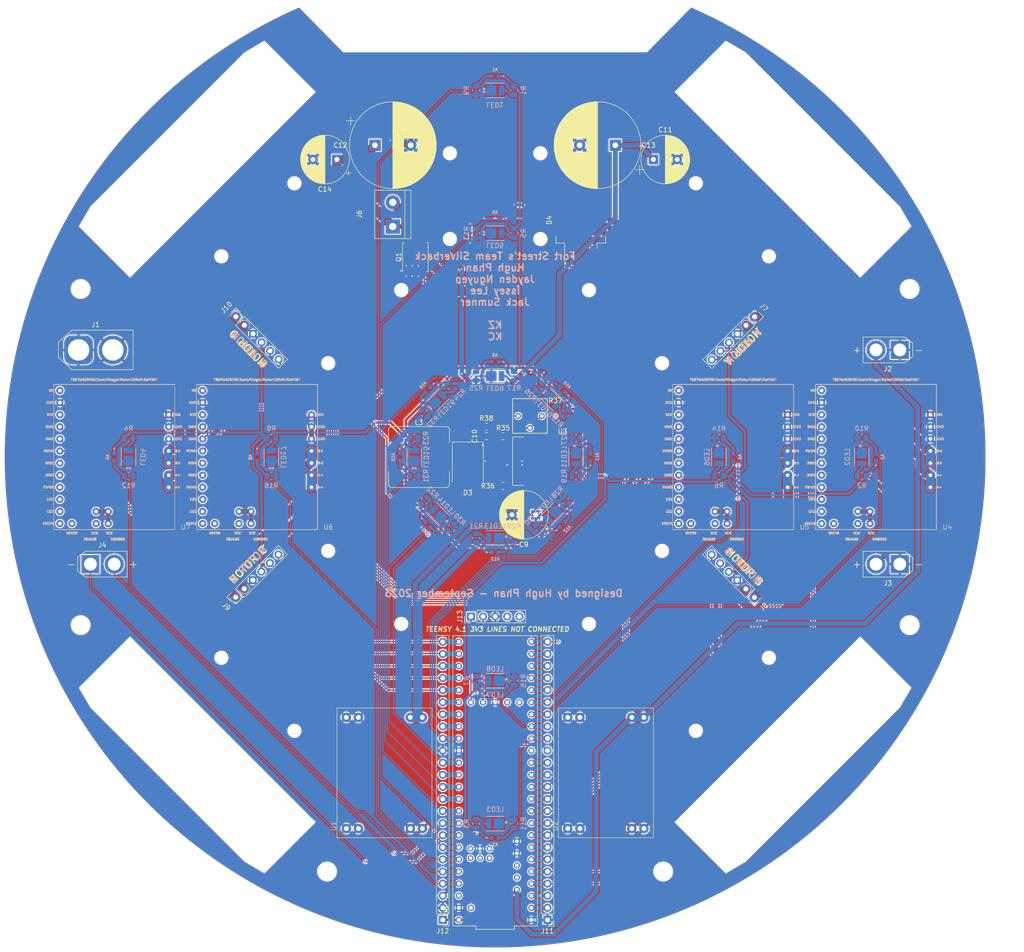
<source format=kicad_pcb>
(kicad_pcb (version 20221018) (generator pcbnew)
  (layers (0 "F.Cu" signal) (31 "B.Cu" signal) (34 "B.Paste" user) (35 "F.Paste" user) (36 "B.SilkS" user "B.Silkscreen") (37 "F.SilkS" user "F.Silkscreen") (38 "B.Mask" user) (39 "F.Mask" user) (44 "Edge.Cuts" user))
  (net 0 "")
  (net 1 "+3V3")
  (net 2 "GND")
  (net 3 "/2")
  (net 4 "+15V")
  (net 5 "+5V")
  (net 6 "Net-(J7-Pin_1)")
  (net 7 "/30")
  (net 8 "/31")
  (net 9 "/28")
  (net 10 "/29")
  (net 11 "Net-(J7-Pin_2)")
  (net 12 "Net-(J8-Pin_1)")
  (net 13 "/34")
  (net 14 "/35")
  (net 15 "Net-(J8-Pin_2)")
  (net 16 "/7")
  (net 17 "/8")
  (net 18 "/32")
  (net 19 "/18")
  (net 20 "/19")
  (net 21 "/0")
  (net 22 "/1")
  (net 23 "/3")
  (net 24 "/4")
  (net 25 "/5")
  (net 26 "/6")
  (net 27 "/9")
  (net 28 "/10")
  (net 29 "/11")
  (net 30 "/12")
  (net 31 "/24")
  (net 32 "/25")
  (net 33 "/14")
  (net 34 "/15")
  (net 35 "/23")
  (net 36 "/22")
  (net 37 "/21")
  (net 38 "/20")
  (net 39 "/17")
  (net 40 "/16")
  (net 41 "/13")
  (net 42 "/41")
  (net 43 "/40")
  (net 44 "/39")
  (net 45 "/38")
  (net 46 "/37")
  (net 47 "/36")
  (net 48 "/33")
  (net 49 "Net-(LED1-Pad2)")
  (net 50 "Net-(LED2-Pad2)")
  (net 51 "Net-(LED3-Pad2)")
  (net 52 "Net-(LED4-Pad2)")
  (net 53 "Net-(LED5-Pad2)")
  (net 54 "Net-(LED6-Pad2)")
  (net 55 "Net-(LED7-Pad2)")
  (net 56 "Net-(LED8-Pad2)")
  (net 57 "Net-(LED9-Pad2)")
  (net 58 "Net-(LED10-Pad2)")
  (net 59 "Net-(LED11-Pad2)")
  (net 60 "Net-(LED12-Pad2)")
  (net 61 "Net-(LED13-Pad2)")
  (net 62 "Net-(LED14-Pad2)")
  (net 63 "Net-(LED15-Pad2)")
  (net 73 "Net-(U7-HBMODE)")
  (net 84 "Net-(U4-HBMODE)")
  (net 95 "Net-(U5-HBMODE)")
  (net 97 "Net-(LED16-Pad2)")
  (net 98 "Net-(J9-Pin_1)")
  (net 99 "Net-(J9-Pin_2)")
  (net 100 "Net-(J10-Pin_1)")
  (net 101 "Net-(J10-Pin_2)")
  (net 103 "/27")
  (net 104 "/26")
  (net 113 "Net-(U6-HBMODE)")
  (net 127 "Net-(C10-Pad1)")
  (net 128 "Net-(D3-K)")
  (net 129 "Net-(D3-A)")
  (net 131 "Net-(D4-K)")
  (net 132 "Net-(U3-COMP)")
  (net 133 "Net-(U3-FB)")
  (net 134 "Net-(R37-Pad3)")
  (net 135 "/ON{slash}OFF")
  (net 136 "/PROGRAM")
  (footprint "Converter_DCDC:DC-DC Multi-output Buck Converter" (layer "F.Cu") (at 163.27 230 90)
    (fp_text reference "U2")
    (fp_text value "~")
  )
  (footprint "TB67H420FTG Dual_Single Motor Driver Carrier:TB67H420FTG DualSingle Motor Driver Carrier" (layer "F.Cu") (at 200 150)
    (fp_text reference "U5")
    (fp_text value "TB67H420FTG Dual/Single Motor Driver Carrier ")
  )
  (footprint "Capacitor_SMD:C_0805_2012Metric" (layer "F.Cu") (at 148.16875 145.625 180)
    (fp_text reference "C10")
    (fp_text value "1uF")
  )
  (footprint "Connector_AMASS:AMASS_XT30U-F_1x02_P5.0mm_Vertical" (layer "F.Cu") (at 235 127.5 180)
    (fp_text reference "J2")
    (fp_text value "BACKUP 5V")
  )
  (footprint "Connector_AMASS:AMASS_XT30U-F_1x02_P5.0mm_Vertical" (layer "F.Cu") (at 65 172.5)
    (fp_text reference "J4")
    (fp_text value "I2C")
  )
  (footprint "Resistor_SMD:R_0805_2012Metric" (layer "F.Cu") (at 148.16875 143.625)
    (fp_text reference "R38")
    (fp_text value "57K")
  )
  (footprint "Capacitor_THT:CP_Radial_D18.0mm_P7.50mm" (layer "F.Cu") (at 175.25 84.5 180)
    (fp_text reference "C13")
    (fp_text value "560uF")
  )
  (footprint "Capacitor_THT:CP_Radial_D10.0mm_P5.00mm" (layer "F.Cu") (at 158.536427 162.125 180)
    (fp_text reference "C9")
    (fp_text value "100uF")
  )
  (footprint "Converter_DCDC:DC-DC Multi-output Buck Converter" (layer "F.Cu") (at 116.75 230 90)
    (fp_text reference "U1")
    (fp_text value "~")
  )
  (footprint "Package_TO_SOT_SMD:TDSON-8-1" (layer "F.Cu") (at 133.25 108 90)
    (fp_text reference "Q1")
    (fp_text value "BSC040N10NS5")
  )
  (footprint "TB67H420FTG Dual_Single Motor Driver Carrier:TB67H420FTG DualSingle Motor Driver Carrier" (layer "F.Cu") (at 230 150)
    (fp_text reference "U4")
    (fp_text value "TB67H420FTG Dual/Single Motor Driver Carrier ")
  )
  (footprint "Diode_SMD:D_SMC" (layer "F.Cu") (at 144.25 151.75 -90)
    (fp_text reference "D3")
    (fp_text value "SS510")
  )
  (footprint "LM2587S-ADJ:VREG_TPS79625KTTR" (layer "F.Cu") (at 160.58125 150.875)
    (fp_text reference "U3")
    (fp_text value "LM2587S-ADJ")
  )
  (footprint "Capacitor_THT:CP_Radial_D10.0mm_P5.00mm" (layer "F.Cu") (at 183.25 87.5)
    (fp_text reference "C11")
    (fp_text value "100uF")
  )
  (footprint "Resistor_SMD:R_0805_2012Metric" (layer "F.Cu") (at 151.66875 145.625 180)
    (fp_text reference "R35")
    (fp_text value "2K94")
  )
  (footprint "Connector_PinSocket_2.54mm:PinSocket_1x06_P2.54mm_Vertical" (layer "F.Cu") (at 204.454773 179.490128 -135)
    (fp_text reference "J8")
    (fp_text value "Motor 2")
  )
  (footprint "TB67H420FTG Dual_Single Motor Driver Carrier:TB67H420FTG DualSingle Motor Driver Carrier" (layer "F.Cu") (at 70 150)
    (fp_text reference "U7")
    (fp_text value "TB67H420FTG Dual/Single Motor Driver Carrier ")
  )
  (footprint "Capacitor_THT:CP_Radial_D18.0mm_P7.50mm" (layer "F.Cu") (at 124.77222 84.5)
    (fp_text reference "C12")
    (fp_text value "560uF")
  )
  (footprint "Connector_AMASS:AMASS_XT60-F_1x02_P7.20mm_Vertical" (layer "F.Cu") (at 62.5 127.5)
    (fp_text reference "J1")
    (fp_text value "BATTERY POWER")
  )
  (footprint "Inductor_SMD:L_Bourns_SRR1260" (layer "F.Cu") (at 134 150)
    (fp_text reference "L3")
    (fp_text value "56uH")
  )
  (footprint "Connector_PinSocket_2.54mm:PinSocket_1x06_P2.54mm_Vertical" (layer "F.Cu") (at 95.509872 179.454773 135)
    (fp_text reference "J9")
    (fp_text value "Motor 3")
  )
  (footprint "POT_CT-6EP_NDC:POT_CT-6EP_NDC" (layer "F.Cu") (at 159.81385 141.375 180)
    (fp_text reference "R37")
    (fp_text value "CT6EP103")
  )
  (footprint "Connector_PinHeader_2.54mm:PinHeader_1x24_P2.54mm_Vertical" (layer "F.Cu") (at 161 247.22 180)
    (fp_text reference "J11")
    (fp_text value "LEFT HEADERS")
  )
  (footprint "Capacitor_THT:CP_Radial_D10.0mm_P5.00mm" (layer "F.Cu") (at 116.75 87.5 180)
    (fp_text reference "C14")
    (fp_text value "100uF")
  )
  (footprint "TerminalBlock:TerminalBlock_bornier-2_P5.08mm" (layer "F.Cu") (at 128.5 101.58 90)
    (fp_text reference "J6")
    (fp_text value "Solenoid")
  )
  (footprint "Connector_PinHeader_2.54mm:PinHeader_1x24_P2.54mm_Vertical" (layer "F.Cu") (at 139 247.22 180)
    (fp_text reference "J12")
    (fp_text value "RIGHT HEADERS")
  )
  (footprint "Connector_PinSocket_2.54mm:PinSocket_1x06_P2.54mm_Vertical" (layer "F.Cu") (at 95.545227 120.509872 45)
    (fp_text reference "J10")
    (fp_text value "Motor 4")
  )
  (footprint "Resistor_SMD:R_0805_2012Metric" (layer "F.Cu") (at 151.66875 156.075 180)
    (fp_text reference "R36")
    (fp_text value "1K5")
  )
  (footprint "Connector_PinSocket_2.54mm:PinSocket_1x06_P2.54mm_Vertical" (layer "F.Cu") (at 204.490128 120.545227 -45)
    (fp_text reference "J7")
    (fp_text value "Motor 1")
  )
  (footprint "Package_TO_SOT_SMD:TO-263-2" (layer "F.Cu") (at 168 100.25 90)
    (fp_text reference "D4")
    (fp_text value "STTH2002G-TR\n")
  )
  (footprint "Connector_AMASS:AMASS_XT30U-F_1x02_P5.0mm_Vertical" (layer "F.Cu") (at 235 172.5 180)
    (fp_text reference "J3")
    (fp_text value "BACKUP 3V3")
  )
  (footprint "DEV-16771:MODULE_DEV-16771" (layer "F.Cu") (at 150 218.01 90)
    (fp_text reference "U8")
    (fp_text value "DEV-16771")
  )
  (footprint "Connector_PinHeader_2.54mm:PinHeader_1x05_P2.54mm_Vertical" (layer "F.Cu") (at 144.925 183.5 90)
    (fp_text reference "J13")
    (fp_text value "MID HEADERS")
  )
  (footprint "TB67H420FTG Dual_Single Motor Driver Carrier:TB67H420FTG DualSingle Motor Driver Carrier" (layer "F.Cu") (at 100 150)
    (fp_text reference "U6")
    (fp_text value "TB67H420FTG Dual/Single Motor Driver Carrier ")
  )
  (footprint "JB2835AWT-W-U30GA0000-N0000001:LED_J2835_CRW" (layer "B.Cu") (at 150 103)
    (fp_text reference "LED5")
    (fp_text value "JB2835AWT-W-U30GA0000-N0000001")
  )
  (footprint "ALS-PT19-315C_L177_TR8:XDCR_ALS-PT19-315C_L177_TR8" (layer "B.Cu") (at 164.142136 164.142136 45)
    (fp_text reference "A12")
    (fp_text value "ALS-PT19-315C/L177/TR8")
  )
  (footprint "Resistor_SMD:R_0805_2012Metric" (layer "B.Cu") (at 197 146)
    (fp_text reference "R14")
    (fp_text value "10K")
  )
  (footprint "Resistor_SMD:R_0805_2012Metric" (layer "B.Cu") (at 146 103 90)
    (fp_text reference "R13")
    (fp_text value "10K")
  )
  (footprint "Resistor_SMD:R_0805_2012Metric" (layer "B.Cu") (at 167 154 180)
    (fp_text reference "R19")
    (fp_text value "12R")
  )
  (footprint "JB2835AWT-W-U30GA0000-N0000001:LED_J2835_CRW" (layer "B.Cu") (at 227 150 -90)
    (fp_text reference "LED2")
    (fp_text value "JB2835AWT-W-U30GA0000-N0000001")
  )
  (footprint "JB2835AWT-W-U30GA0000-N0000001:LED_J2835_CRW" (layer "B.Cu") (at 137.979185 137.979185 45)
    (fp_text reference "LED16")
    (fp_text value "JB2835AWT-W-U30GA0000-N0000001")
  )
  (footprint "Resistor_SMD:R_0805_2012Metric" (layer "B.Cu") (at 146 197 90)
    (fp_text reference "R7")
    (fp_text value "12R")
  )
  (footprint "Resistor_SMD:R_0805_2012Metric" (layer "B.Cu") (at 133 146)
    (fp_text reference "R23")
    (fp_text value "12R")
  )
  (footprint "ALS-PT19-315C_L177_TR8:XDCR_ALS-PT19-315C_L177_TR8" (layer "B.Cu") (at 150 230)
    (fp_text reference "A3")
    (fp_text value "ALS-PT19-315C/L177/TR8")
  )
  (footprint "Resistor_SMD:R_0805_2012Metric" (layer "B.Cu") (at 103 154 180)
    (fp_text reference "R16")
    (fp_text value "10K")
  )
  (footprint "ALS-PT19-315C_L177_TR8:XDCR_ALS-PT19-315C_L177_TR8" (layer "B.Cu") (at 230 150 90)
    (fp_text reference "A2")
    (fp_text value "ALS-PT19-315C/L177/TR8")
  )
  (footprint "JB2835AWT-W-U30GA0000-N0000001:LED_J2835_CRW" (layer "B.Cu") (at 150 227 180)
    (fp_text reference "LED3")
    (fp_text value "JB2835AWT-W-U30GA0000-N0000001")
  )
  (footprint "Resistor_SMD:R_0805_2012Metric" (layer "B.Cu") (at 154 227 -90)
    (fp_text reference "R11")
    (fp_text value "10K")
  )
  (footprint "Resistor_SMD:R_0805_2012Metric" (layer "B.Cu") (at 164.849242 140.807612 -135)
    (fp_text reference "R18")
    (fp_text value "12R")
  )
  (footprint "Resistor_SMD:R_0805_2012Metric" (layer "B.Cu") (at 159.192388 135.150758 45)
    (fp_text reference "R26")
    (fp_text value "10K")
  )
  (footprint "ALS-PT19-315C_L177_TR8:XDCR_ALS-PT19-315C_L177_TR8" (layer "B.Cu") (at 135.857864 135.857864 -135)
    (fp_text reference "A16")
    (fp_text value "ALS-PT19-315C/L177/TR8")
  )
  (footprint "Resistor_SMD:R_0805_2012Metric" (layer "B.Cu") (at 135.150758 140.807612 135)
    (fp_text reference "R32")
    (fp_text value "10K")
  )
  (footprint "ALS-PT19-315C_L177_TR8:XDCR_ALS-PT19-315C_L177_TR8" (layer "B.Cu") (at 135.857864 164.142136 -45)
    (fp_text reference "A14")
    (fp_text value "ALS-PT19-315C/L177/TR8")
  )
  (footprint "Resistor_SMD:R_0805_2012Metric" (layer "B.Cu") (at 227 154 180)
    (fp_text reference "R2")
    (fp_text value "12R")
  )
  (footprint "Resistor_SMD:R_0805_2012Metric" (layer "B.Cu") (at 154 197 -90)
    (fp_text reference "R15")
    (fp_text value "10K")
  )
  (footprint "ALS-PT19-315C_L177_TR8:XDCR_ALS-PT19-315C_L177_TR8" (layer "B.Cu") (at 164.142136 135.857864 135)
    (fp_text reference "A10")
    (fp_text value "ALS-PT19-315C/L177/TR8")
  )
  (footprint "Resistor_SMD:R_0805_2012Metric" (layer "B.Cu") (at 146 133 90)
    (fp_text reference "R25")
    (fp_text value "10K")
  )
  (footprint "ALS-PT19-315C_L177_TR8:XDCR_ALS-PT19-315C_L177_TR8" (layer "B.Cu") (at 150 170)
    (fp_text reference "A13")
    (fp_text value "ALS-PT19-315C/L177/TR8")
  )
  (footprint "JB2835AWT-W-U30GA0000-N0000001:LED_J2835_CRW" (layer "B.Cu") (at 150 197 180)
    (fp_text reference "LED8")
    (fp_text value "JB2835AWT-W-U30GA0000-N0000001")
  )
  (footprint "Resistor_SMD:R_0805_2012Metric" (layer "B.Cu") (at 164.849242 159.192388 -45)
    (fp_text reference "R28")
    (fp_text value "10K")
  )
  (footprint "Resistor_SMD:R_0805_2012Metric" (layer "B.Cu") (at 227 146)
    (fp_text reference "R10")
    (fp_text value "10K")
  )
  (footprint "JB2835AWT-W-U30GA0000-N0000001:LED_J2835_CRW" (layer "B.Cu") (at 162.020815 162.020815 -135)
    (fp_text reference "LED12")
    (fp_text value "JB2835AWT-W-U30GA0000-N0000001")
  )
  (footprint "Resistor_SMD:R_0805_2012Metric" (layer "B.Cu") (at 135.150758 159.192388 45)
    (fp_text reference "R22")
    (fp_text value "12R")
  )
  (footprint "JB2835AWT-W-U30GA0000-N0000001:LED_J2835_CRW" (layer "B.Cu") (at 167 150 -90)
    (fp_text reference "LED11")
    (fp_text value "JB2835AWT-W-U30GA0000-N0000001")
  )
  (footprint "Resistor_SMD:R_0805_2012Metric" (layer "B.Cu") (at 167 146)
    (fp_text reference "R27")
    (fp_text value "10K")
  )
  (footprint "ALS-PT19-315C_L177_TR8:XDCR_ALS-PT19-315C_L177_TR8" (layer "B.Cu") (at 130 150 -90)
    (fp_text reference "A15")
    (fp_text value "ALS-PT19-315C/L177/TR8")
  )
  (footprint "ALS-PT19-315C_L177_TR8:XDCR_ALS-PT19-315C_L177_TR8" (layer "B.Cu") (at 200 150 90)
    (fp_text reference "A6")
    (fp_text value "ALS-PT19-315C/L177/TR8")
  )
  (footprint "JB2835AWT-W-U30GA0000-N0000001:LED_J2835_CRW" (layer "B.Cu") (at 103 150 90)
    (fp_text reference "LED17")
    (fp_text value "JB2835AWT-W-U30GA0000-N0000001")
  )
  (footprint "JB2835AWT-W-U30GA0000-N0000001:LED_J2835_CRW" (layer "B.Cu") (at 150 73)
    (fp_text reference "LED1")
    (fp_text value "JB2835AWT-W-U30GA0000-N0000001")
  )
  (footprint "ALS-PT19-315C_L177_TR8:XDCR_ALS-PT19-315C_L177_TR8" (layer "B.Cu") (at 150 130 180)
    (fp_text reference "A9")
    (fp_text value "ALS-PT19-315C/L177/TR8")
  )
  (footprint "Resistor_SMD:R_0805_2012Metric" (layer "B.Cu") (at 146 167 90)
    (fp_text reference "R21")
    (fp_text value "12R")
  )
  (footprint "JB2835AWT-W-U30GA0000-N0000001:LED_J2835_CRW" (layer "B.Cu") (at 150 167 180)
    (fp_text reference "LED13")
    (fp_text value "JB2835AWT-W-U30GA0000-N0000001")
  )
  (footprint "ALS-PT19-315C_L177_TR8:XDCR_ALS-PT19-315C_L177_TR8" (layer "B.Cu") (at 150 70 180)
    (fp_text reference "A1")
    (fp_text value "ALS-PT19-315C/L177/TR8")
  )
  (footprint "ALS-PT19-315C_L177_TR8:XDCR_ALS-PT19-315C_L177_TR8" (layer "B.Cu") (at 100 150 -90)
    (fp_text reference "A8")
    (fp_text value "ALS-PT19-315C/L177/TR8")
  )
  (footprint "Resistor_SMD:R_0805_2012Metric" (layer "B.Cu") (at 103 146)
    (fp_text reference "R8")
    (fp_text value "12R")
  )
  (footprint "JB2835AWT-W-U30GA0000-N0000001:LED_J2835_CRW" (layer "B.Cu") (at 162.020815 137.979185 -45)
    (fp_text reference "LED10")
    (fp_text value "JB2835AWT-W-U30GA0000-N0000001")
  )
  (footprint "Resistor_SMD:R_0805_2012Metric" (layer "B.Cu") (at 154 73 -90)
    (fp_text reference "R1")
    (fp_text value "12R")
  )
  (footprint "Resistor_SMD:R_0805_2012Metric" (layer "B.Cu") (at 159.192388 164.849242 135)
    (fp_text reference "R20")
    (fp_text value "12R")
  )
  (footprint "JB2835AWT-W-U30GA0000-N0000001:LED_J2835_CRW" (layer "B.Cu") (at 150 197 180)
    (fp_text reference "LED7")
    (fp_text value "JB2835AWT-W-U30GA0000-N0000001")
  )
  (footprint "Resistor_SMD:R_0805_2012Metric" (layer "B.Cu") (at 146 73 90)
    (fp_text reference "R9")
    (fp_text value "10K")
  )
  (footprint "Resistor_SMD:R_0805_2012Metric" (layer "B.Cu") (at 146 227 90)
    (fp_text reference "R3")
    (fp_text value "12R")
  )
  (footprint "Resistor_SMD:R_0805_2012Metric" (layer "B.Cu") (at 154 167 -90)
    (fp_text reference "R29")
    (fp_text value "10K")
  )
  (footprint "Resistor_SMD:R_0805_2012Metric" (layer "B.Cu") (at 133 154 180)
    (fp_text reference "R31")
    (fp_text value "10K")
  )
  (footprint "Resistor_SMD:R_0805_2012Metric" (layer "B.Cu") (at 154 103 -90)
    (fp_text reference "R5")
    (fp_text value "12R")
  )
  (footprint "ALS-PT19-315C_L177_TR8:XDCR_ALS-PT19-315C_L177_TR8" (layer "B.Cu") (at 150 100 180)
    (fp_text reference "A5")
    (fp_text value "ALS-PT19-315C/L177/TR8")
  )
  (footprint "Resistor_SMD:R_0805_2012Metric" (layer "B.Cu") (at 197 154 180)
    (fp_text reference "R6")
    (fp_text value "12R")
  )
  (footprint "Resistor_SMD:R_0805_2012Metric" (layer "B.Cu") (at 140.807612 135.150758 -45)
    (fp_text reference "R24")
    (fp_text value "12R")
  )
  (footprint "ALS-PT19-315C_L177_TR8:XDCR_ALS-PT19-315C_L177_TR8" (layer "B.Cu") (at 70 150 -90)
    (fp_text reference "A4")
    (fp_text value "ALS-PT19-315C/L177/TR8")
  )
  (footprint "JB2835AWT-W-U30GA0000-N0000001:LED_J2835_CRW" (layer "B.Cu") (at 150 133)
    (fp_text reference "LED9")
    (fp_text value "JB2835AWT-W-U30GA0000-N0000001")
  )
  (footprint "Resistor_SMD:R_0805_2012Metric" (layer "B.Cu") (at 73 146)
    (fp_text reference "R4")
    (fp_text value "12R")
  )
  (footprint "Resistor_SMD:R_0805_2012Metric" (layer "B.Cu") (at 140.807612 164.849242 -135)
    (fp_text reference "R30")
    (fp_text value "10K")
  )
  (footprint "ALS-PT19-315C_L177_TR8:XDCR_ALS-PT19-315C_L177_TR8" (layer "B.Cu") (at 170 150 90)
    (fp_text reference "A11")
    (fp_text value "ALS-PT19-315C/L177/TR8")
  )
  (footprint "JB2835AWT-W-U30GA0000-N0000001:LED_J2835_CRW" (layer "B.Cu") (at 137.979185 162.020815 135)
    (fp_text reference "LED14")
    (fp_text value "JB2835AWT-W-U30GA0000-N0000001")
  )
  (footprint "ALS-PT19-315C_L177_TR8:XDCR_ALS-PT19-315C_L177_TR8" (layer "B.Cu") (at 150 200)
    (fp_text reference "A7")
    (fp_text value "ALS-PT19-315C/L177/TR8")
  )
  (footprint "JB2835AWT-W-U30GA0000-N0000001:LED_J2835_CRW" (layer "B.Cu") (at 197 150 -90)
    (fp_text reference "LED6")
    (fp_text value "JB2835AWT-W-U30GA0000-N0000001")
  )
  (footprint "JB2835AWT-W-U30GA0000-N0000001:LED_J2835_CRW" (layer "B.Cu") (at 73 150 90)
    (fp_text reference "LED4")
    (fp_text value "JB2835AWT-W-U30GA0000-N0000001")
  )
  (footprint "Resistor_SMD:R_0805_2012Metric" (layer "B.Cu") (at 73 154 180)
    (fp_text reference "R12")
    (fp_text value "10K")
  )
  (footprint "JB2835AWT-W-U30GA0000-N0000001:LED_J2835_CRW" (layer "B.Cu") (at 133 150 90)
    (fp_text reference "LED15")
    (fp_text value "JB2835AWT-W-U30GA0000-N0000001")
  )
  (footprint "Resistor_SMD:R_0805_2012Metric" (layer "B.Cu") (at 154 133 -90)
    (fp_text reference "R17")
    (fp_text value "12R")
  )
  (gr_circle (center 62.936364 114.69658) (end 65.036364 114.69658) (stroke (width 0.01)) (fill none) (layer "Edge.Cuts"))
  (gr_line (start 64.99254 97.33377) (end 97.33377 64.99254) (stroke (width 0.01)) (layer "Edge.Cuts"))
  (gr_line (start 101.552039 62.519745) (end 112.346564 73.31427) (stroke (width 0.01)) (layer "Edge.Cuts"))
  (gr_circle (center 237.063636 185.30342) (end 239.163636 185.30342) (stroke (width 0.01)) (fill none) (layer "Edge.Cuts"))
  (gr_line (start 73.31427 187.653436) (end 112.346564 226.68573) (stroke (width 0.01)) (layer "Edge.Cuts"))
  (gr_line (start 198.447961 62.519745) (end 202.66623 64.99254) (stroke (width 0.01)) (layer "Edge.Cuts"))
  (gr_line (start 181.919148 65) (end 118.080852 65) (stroke (width 0.01)) (layer "Edge.Cuts"))
  (gr_line (start 62.519745 101.552039) (end 64.99254 97.33377) (stroke (width 0.01)) (layer "Edge.Cuts"))
  (gr_line (start 235.00746 202.66623) (end 202.66623 235.00746) (stroke (width 0.01)) (layer "Edge.Cuts"))
  (gr_circle (center 114.69658 237.063636) (end 116.79658 237.063636) (stroke (width 0.01)) (fill none) (layer "Edge.Cuts"))
  (gr_circle (center 114.945181 130.289398) (end 116.445181 130.289398) (stroke (width 0.01)) (fill none) (layer "Edge.Cuts"))
  (gr_circle (center 185.054819 169.710602) (end 186.554819 169.710602) (stroke (width 0.01)) (fill none) (layer "Edge.Cuts"))
  (gr_line (start 226.68573 187.653436) (end 237.480255 198.447961) (stroke (width 0.01)) (layer "Edge.Cuts"))
  (gr_circle (center 159.5 86.2) (end 161 86.2) (stroke (width 0.01)) (fill none) (layer "Edge.Cuts"))
  (gr_line (start 191.177742 55.58923) (end 181.919148 65) (stroke (width 0.01)) (layer "Edge.Cuts"))
  (gr_line (start 202.66623 235.00746) (end 198.447961 237.480255) (stroke (width 0.01)) (layer "Edge.Cuts"))
  (gr_circle (center 92.494541 107.838758) (end 93.994541 107.838758) (stroke (width 0.01)) (fill none) (layer "Edge.Cuts"))
  (gr_line (start 97.33377 64.99254) (end 101.552039 62.519745) (stroke (width 0.01)) (layer "Edge.Cuts"))
  (gr_circle (center 107.838758 92.494541) (end 109.338758 92.494541) (stroke (width 0.01)) (fill none) (layer "Edge.Cuts"))
  (gr_line (start 118.080852 65) (end 108.822258 55.58923) (stroke (width 0.01)) (layer "Edge.Cuts"))
  (gr_line (start 237.480255 101.552039) (end 226.68573 112.346564) (stroke (width 0.01)) (layer "Edge.Cuts"))
  (gr_circle (center 185.054819 130.289398) (end 186.554819 130.289398) (stroke (width 0.01)) (fill none) (layer "Edge.Cuts"))
  (gr_circle (center 159.5 104.2) (end 161 104.2) (stroke (width 0.01)) (fill none) (layer "Edge.Cuts"))
  (gr_line (start 64.99254 202.66623) (end 62.519745 198.447961) (stroke (width 0.01)) (layer "Edge.Cuts"))
  (gr_line (start 112.346564 73.31427) (end 73.31427 112.346564) (stroke (width 0.01)) (layer "Edge.Cuts"))
  (gr_line (start 187.653436 226.68573) (end 226.68573 187.653436) (stroke (width 0.01)) (layer "Edge.Cuts"))
  (gr_circle (center 92.494541 192.161242) (end 93.994541 192.161242) (stroke (width 0.01)) (fill none) (layer "Edge.Cuts"))
  (gr_circle (center 62.936364 185.30342) (end 65.036364 185.30342) (stroke (width 0.01)) (fill none) (layer "Edge.Cuts"))
  (gr_line (start 237.480255 198.447961) (end 235.00746 202.66623) (stroke (width 0.01)) (layer "Edge.Cuts"))
  (gr_circle (center 130.289398 185.054819) (end 131.789398 185.054819) (stroke (width 0.01)) (fill none) (layer "Edge.Cuts"))
  (gr_circle (center 140.5 86.2) (end 142 86.2) (stroke (width 0.01)) (fill none) (layer "Edge.Cuts"))
  (gr_circle (center 185.30342 237.063636) (end 187.40342 237.063636) (stroke (width 0.01)) (fill none) (layer "Edge.Cuts"))
  (gr_circle (center 107.838758 207.505459) (end 109.338758 207.505459) (stroke (width 0.01)) (fill none) (layer "Edge.Cuts"))
  (gr_line (start 202.66623 64.99254) (end 235.00746 97.33377) (stroke (width 0.01)) (layer "Edge.Cuts"))
  (gr_line (start 187.653436 73.31427) (end 198.447961 62.519745) (stroke (width 0.01)) (layer "Edge.Cuts"))
  (gr_circle (center 207.505459 107.838758) (end 209.005459 107.838758) (stroke (width 0.01)) (fill none) (layer "Edge.Cuts"))
  (gr_circle (center 114.945181 169.710602) (end 116.445181 169.710602) (stroke (width 0.01)) (fill none) (layer "Edge.Cuts"))
  (gr_line (start 198.447961 237.480255) (end 187.653436 226.68573) (stroke (width 0.01)) (layer "Edge.Cuts"))
  (gr_circle (center 169.710602 185.054819) (end 171.210602 185.054819) (stroke (width 0.01)) (fill none) (layer "Edge.Cuts"))
  (gr_line (start 73.31427 112.346564) (end 62.519745 101.552039) (stroke (width 0.01)) (layer "Edge.Cuts"))
  (gr_circle (center 237.063636 114.69658) (end 239.163636 114.69658) (stroke (width 0.01)) (fill none) (layer "Edge.Cuts"))
  (gr_line (start 101.552039 237.480255) (end 97.33377 235.00746) (stroke (width 0.01)) (layer "Edge.Cuts"))
  (gr_circle (center 192.161242 92.494541) (end 193.661242 92.494541) (stroke (width 0.01)) (fill none) (layer "Edge.Cuts"))
  (gr_circle (center 207.505459 192.161242) (end 209.005459 192.161242) (stroke (width 0.01)) (fill none) (layer "Edge.Cuts"))
  (gr_circle (center 192.161242 207.505459) (end 193.661242 207.505459) (stroke (width 0.01)) (fill none) (layer "Edge.Cuts"))
  (gr_circle (center 169.710602 114.945181) (end 171.210602 114.945181) (stroke (width 0.01)) (fill none) (layer "Edge.Cuts"))
  (gr_circle (center 130.289398 114.945181) (end 131.789398 114.945181) (stroke (width 0.01)) (fill none) (layer "Edge.Cuts"))
  (gr_line (start 97.33377 235.00746) (end 64.99254 202.66623) (stroke (width 0.01)) (layer "Edge.Cuts"))
  (gr_line (start 62.519745 198.447961) (end 73.31427 187.653436) (stroke (width 0.01)) (layer "Edge.Cuts"))
  (gr_line (start 226.68573 112.346564) (end 187.653436 73.31427) (stroke (width 0.01)) (layer "Edge.Cuts"))
  (gr_arc (start 191.177742 55.58923) (mid 150 253) (end 108.822258 55.58923) (stroke (width 0.01)) (layer "Edge.Cuts"))
  (gr_line (start 235.00746 97.33377) (end 237.480255 101.552039) (stroke (width 0.01)) (layer "Edge.Cuts"))
  (gr_circle (center 140.5 104.2) (end 142 104.2) (stroke (width 0.01)) (fill none) (layer "Edge.Cuts"))
  (gr_line (start 112.346564 226.68573) (end 101.552039 237.480255) (stroke (width 0.01)) (layer "Edge.Cuts"))
  (gr_text "Fort Street's Team Silverback\nHugh Phan\nJayden Nguyen\nIssey Lee\nJack Sumner\n\nKZ\nKC" (at 150 116.25) (layer "B.SilkS") (effects (font (size 1.5 1.5) (thickness 0.3) bold) (justify mirror)))
  (gr_text "Designed by Hugh Phan - September 2023" (at 177 179.5) (layer "B.SilkS") (effects (font (size 1.5 1.5) (thickness 0.3) bold) (justify left bottom mirror)))
  (gr_text "MOTOR B" (at 205.25 177.25 315) (layer "B.SilkS") (effects (font (size 1.5 1.5) (thickness 0.3) bold) (justify left bottom mirror)))
  (gr_text "MOTOR C" (at 102.5 169.5 45) (layer "B.SilkS") (effects (font (size 1.5 1.5) (thickness 0.3) bold) (justify left bottom mirror)))
  (gr_text "MOTOR D" (at 95.25 123 135) (layer "B.SilkS") (effects (font (size 1.5 1.5) (thickness 0.3) bold) (justify left bottom mirror)))
  (gr_text "MOTOR A" (at 197.75 129.75 -135) (layer "B.SilkS") (effects (font (size 1.5 1.5) (thickness 0.3) bold) (justify left bottom mirror)))
  (gr_text "MOTOR C" (at 95 177 45) (layer "F.SilkS") (effects (font (size 1.5 1.5) (thickness 0.3) bold) (justify left bottom)))
  (gr_text "MOTOR D" (at 102.5 130.25 135) (layer "F.SilkS") (effects (font (size 1.5 1.5) (thickness 0.3) bold) (justify left bottom)))
  (gr_text "TEENSY 4.1 3V3 LINES NOT CONNECTED " (at 135.25 186.75) (layer "F.SilkS") (effects (font (size 1 1) (thickness 0.2) bold italic) (justify left bottom)))
  (gr_text "MOTOR A" (at 205 122.5 -135) (layer "F.SilkS") (effects (font (size 1.5 1.5) (thickness 0.3) bold) (justify left bottom)))
  (gr_text "MOTOR B" (at 198 170 315) (layer "F.SilkS") (effects (font (size 1.5 1.5) (thickness 0.3) bold) (justify left bottom)))
  (segment (start 139.570175 133.913321) (end 142.233496 131.25) (width 0.5) (layer "F.Cu") (net 1))
  (segment (start 128 142.75) (end 131.25 146) (width 0.5) (layer "F.Cu") (net 1))
  (segment (start 146 199.51) (end 146 202.25) (width 0.25) (layer "F.Cu") (net 1))
  (segment (start 124.875 142.75) (end 128 142.75) (width 0.5) (layer "F.Cu") (net 1))
  (segment (start 146 168.75) (end 142.233496 168.75) (width 0.5) (layer "F.Cu") (net 1))
  (segment (start 131.25 146) (end 131.25 142.233496) (width 0.5) (layer "F.Cu") (net 1))
  (segment (start 232 157.25) (end 228.75 154) (width 1) (layer "F.Cu") (net 1))
  (segment (start 166.086679 139.570175) (end 168.75 142.233496) (width 0.5) (layer "F.Cu") (net 1))
  (segment (start 146 202.25) (end 154.306 210.556) (width 0.25) (layer "F.Cu") (net 1))
  (segment (start 230 172.5) (end 232 170.5) (width 1) (layer "F.Cu") (net 1))
  (segment (start 142.233495 131.25) (end 153.999999 131.25) (width 0.5) (layer "F.Cu") (net 1))
  (segment (start 142.233496 168.75) (end 133.913321 160.429825) (width 0.5) (layer "F.Cu") (net 1))
  (segment (start 168.75 157.766504) (end 160.429825 166.086679) (width 0.5) (layer "F.Cu") (net 1))
  (segment (start 173.0745 154) (end 168.75 154) (width 0.5) (layer "F.Cu") (net 1))
  (segment (start 157.766505 168.75) (end 146.000001 168.75) (width 0.5) (layer "F.Cu") (net 1))
  (segment (start 146 228.75) (end 143.776 230.974) (width 0.5) (layer "F.Cu") (net 1))
  (segment (start 154 131.25) (end 157.766504 131.25) (width 0.5) (layer "F.Cu") (net 1))
  (segment (start 140.14 241) (end 139 242.14) (width 0.5) (layer "F.Cu") (net 1))
  (segment (start 142.541292 241) (end 140.14 241) (width 0.5) (layer "F.Cu") (net 1))
  (segment (start 131.25 157.766505) (end 131.25 146.000001) (width 0.5) (layer "F.Cu") (net 1))
  (segment (start 232 170.5) (end 232 157.25) (width 1) (layer "F.Cu") (net 1))
  (segment (start 131.25 142.233496) (end 139.570175 133.913321) (width 0.5) (layer "F.Cu") (net 1))
  (segment (start 157.766504 131.25) (end 166.086679 139.570175) (width 0.5) (layer "F.Cu") (net 1))
  (segment (start 133.913321 160.429825) (end 131.25 157.766504) (width 0.5) (layer "F.Cu") (net 1))
  (segment (start 160.429825 166.086679) (end 157.766504 168.75) (width 0.5) (layer "F.Cu") (net 1))
  (segment (start 143.776 230.974) (end 143.776 239.765292) (width 0.5) (layer "F.Cu") (net 1))
  (segment (start 143.776 239.765292) (end 142.541292 241) (width 0.5) (layer "F.Cu") (net 1))
  (segment (start 168.75 142.233495) (end 168.75 153.999999) (width 0.5) (layer "F.Cu") (net 1))
  (segment (start 159.896 210.556) (end 161 211.66) (width 0.25) (layer "F.Cu") (net 1))
  (segment (start 154.306 210.556) (end 159.896 210.556) (width 0.25) (layer "F.Cu") (net 1))
  (segment (start 168.75 154) (end 168.75 157.766504) (width 0.5) (layer "F.Cu") (net 1))
  (via locked (at 146 228.75) (size 0.6) (drill 0.3) (layers "F.Cu" "B.Cu") (net 1))
  (via (at 154 131.25) (size 0.6) (drill 0.3) (layers "F.Cu" "B.Cu") (net 1))
  (via locked (at 228.75 154) (size 0.6) (drill 0.3) (layers "F.Cu" "B.Cu") (net 1))
  (via (at 168.75 154) (size 0.6) (drill 0.3) (layers "F.Cu" "B.Cu") (net 1))
  (via (at 146 168.75) (size 0.6) (drill 0.3) (layers "F.Cu" "B.Cu") (net 1))
  (via (at 131.25 146) (size 0.6) (drill 0.3) (layers "F.Cu" "B.Cu") (net 1))
  (via (at 160.429825 166.086679) (size 0.6) (drill 0.3) (layers "F.Cu" "B.Cu") (net 1))
  (via (at 133.913321 160.429825) (size 0.6) (drill 0.3) (layers "F.Cu" "B.Cu") (net 1))
  (via (at 124.875 142.75) (size 0.6) (drill 0.3) (layers "F.Cu" "B.Cu") (net 1))
  (via (at 139.570175 133.913321) (size 0.6) (drill 0.3) (layers "F.Cu" "B.Cu") (net 1))
  (via (at 146 199.51) (size 0.6) (drill 0.3) (layers "F.Cu" "B.Cu") (net 1))
  (via (at 173.0745 154) (size 0.6) (drill 0.3) (layers "F.Cu" "B.Cu") (net 1))
  (via (at 166.086679 139.570175) (size 0.6) (drill 0.3) (layers "F.Cu" "B.Cu") (net 1))
  (segment (start 100.75 146) (end 100.625 146.125) (width 0.5) (layer "B.Cu") (net 1))
  (segment locked (start 146 197.9125) (end 148.0875 200) (width 0.5) (layer "B.Cu") (net 1))
  (segment (start 99.15 147.6) (end 99.15 152.052449) (width 0.5) (layer "B.Cu") (net 1))
  (segment (start 199.25 154) (end 200 153.25) (width 0.5) (layer "B.Cu") (net 1))
  (segment (start 202.5 144.681103) (end 199.101974 141.283077) (width 0.5) (layer "B.Cu") (net 1))
  (segment (start 167.9125 154) (end 168.75 154) (width 0.5) (layer "B.Cu") (net 1))
  (segment (start 202.5 152.25) (end 202.5 144.681103) (width 0.5) (layer "B.Cu") (net 1))
  (segment (start 80.927973 144.862) (end 81.932027 144.862) (width 0.5) (layer "B.Cu") (net 1))
  (segment locked (start 200 151.9125) (end 200 150.75) (width 0.5) (layer "B.Cu") (net 1))
  (segment (start 159.775 172.225) (end 173.0745 158.9255) (width 0.5) (layer "B.Cu") (net 1))
  (segment (start 100.9375 144.85) (end 102.0875 146) (width 0.5) (layer "B.Cu") (net 1))
  (segment locked (start 167.9125 154) (end 170 151.9125) (width 0.5) (layer "B.Cu") (net 1))
  (segment (start 155.15 73.2375) (end 155.15 100.9375) (width 0.5) (layer "B.Cu") (net 1))
  (segment locked (start 151.9125 130) (end 150.75 130) (width 0.5) (layer "B.Cu") (net 1))
  (segment (start 199.25 154) (end 199.810661 154) (width 0.5) (layer "B.Cu") (net 1))
  (segment locked (start 134.505523 162.789794) (end 135.327535 163.611806) (width 0.5) (layer "B.Cu") (net 1))
  (segment (start 154 72.0875) (end 155.15 73.2375) (width 0.5) (layer "B.Cu") (net 1))
  (segment (start 99.15 152.052449) (end 100.898026 153.800476) (width 0.5) (layer "B.Cu") (net 1))
  (segment (start 203.810661 158) (end 217.745973 158) (width 0.5) (layer "B.Cu") (net 1))
  (segment (start 122.763 144.862) (end 110.927973 144.862) (width 0.5) (layer "B.Cu") (net 1))
  (segment (start 201.5 153.25) (end 202.5 152.25) (width 0.5) (layer "B.Cu") (net 1))
  (segment (start 143.75 200.9225) (end 146 198.6725) (width 0.5) (layer "B.Cu") (net 1))
  (segment (start 124.875 142.75) (end 122.763 144.862) (width 0.5) (layer "B.Cu") (net 1))
  (segment (start 73.2375 144.85) (end 80.915973 144.85) (width 0.5) (layer "B.Cu") (net 1))
  (segment locked (start 227.9125 154) (end 230 151.9125) (width 0.5) (layer "B.Cu") (net 1))
  (segment (start 224.2345 157.678) (end 227.9125 154) (width 0.5) (layer "B.Cu") (net 1))
  (segment (start 154 132.0875) (end 154 131.25) (width 0.5) (layer "B.Cu") (net 1))
  (segment (start 189.084027 155.15) (end 188.956027 155.022) (width 0.5) (layer "B.Cu") (net 1))
  (segment (start 188.956027 155.022) (end 174.0965 155.022) (width 0.5) (layer "B.Cu") (net 1))
  (segment (start 133.25 203.62) (end 133.25 176.551013) (width 1) (layer "B.Cu") (net 1))
  (segment locked (start 146 227.9125) (end 148.0875 230) (width 0.5) (layer "B.Cu") (net 1))
  (segment (start 200 153.25) (end 201.5 153.25) (width 0.5) (layer "B.Cu") (net 1))
  (segment (start 159.837623 165.494477) (end 160.429825 166.086679) (width 0.5) (layer "B.Cu") (net 1))
  (segment (start 134.25 204.22) (end 134.25 180.5) (width 1) (layer "B.Cu") (net 1))
  (segment (start 146 197.9125) (end 143.625 195.5375) (width 0.5) (layer "B.Cu") (net 1))
  (segment locked (start 134.505523 159.837623) (end 134.505523 162.789794) (width 0.5) (layer "B.Cu") (net 1))
  (segment locked (start 154 72.0875) (end 151.9125 70) (width 0.5) (layer "B.Cu") (net 1))
  (segment locked (start 170 151.9125) (end 170 150.75) (width 0.5) (layer "B.Cu") (net 1))
  (segment (start 88.067973 144.862) (end 89.072027 144.862) (width 0.5) (layer "B.Cu") (net 1))
  (segment locked (start 146 167.9125) (end 148.0875 170) (width 0.5) (layer "B.Cu") (net 1))
  (segment (start 81.932027 144.862) (end 81.944027 144.85) (width 0.5) (layer "B.Cu") (net 1))
  (segment (start 89.072027 144.862) (end 89.084027 144.85) (width 0.5) (layer "B.Cu") (net 1))
  (segment (start 203 159.5) (end 203 171.035355) (width 0.5) (layer "B.Cu") (net 1))
  (segment locked (start 227.9125 154) (end 228.75 154) (width 0.5) (layer "B.Cu") (net 1))
  (segment locked (start 146 197.9125) (end 146 198.75) (width 0.5) (layer "B.Cu") (net 1))
  (segment locked (start 151.9125 100) (end 150.75 100) (width 0.5) (layer "B.Cu") (net 1))
  (segment locked (start 72.0875 146) (end 70 148.0875) (width 0.5) (layer "B.Cu") (net 1))
  (segment (start 146 199.51) (end 146 197.9125) (width 0.5) (layer "B.Cu") (net 1))
  (segment (start 199.101974 141.283077) (end 199.101974 125.933381) (width 0.5) (layer "B.Cu") (net 1))
  (segment (start 199.25 154) (end 199.25 155.75) (width 0.5) (layer "B.Cu") (net 1))
  (segment locked (start 162.789794 165.494477) (end 163.611806 164.672465) (width 0.5) (layer "B.Cu") (net 1))
  (segment (start 154 102.0875) (end 155.15 103.2375) (width 0.5) (layer "B.Cu") (net 1))
  (segment (start 196.7625 155.15) (end 189.084027 155.15) (width 0.5) (layer "B.Cu") (net 1))
  (segment locked (start 165.494477 140.162377) (end 165.494477 137.210206) (width 0.5) (layer "B.Cu") (net 1))
  (segment locked (start 165.494477 137.210206) (end 164.672465 136.388194) (width 0.5) (layer "B.Cu") (net 1))
  (segment locked (start 151.9125 70) (end 150.75 70) (width 0.5) (layer "B.Cu") (net 1))
  (segment (start 134.72 204.69) (end 134.25 204.22) (width 1) (layer "B.Cu") (net 1))
  (segment locked (start 154 132.0875) (end 151.9125 130) (width 0.5) (layer "B.Cu") (net 1))
  (segment (start 100.625 146.125) (end 100.933381 145.816619) (width 0.5) (layer "B.Cu") (net 1))
  (segment (start 143.625 195.5375) (end 143.625 179.84736) (width 0.5) (layer "B.Cu") (net 1))
  (segment locked (start 102.0875 146) (end 100 148.0875) (width 0.5) (layer "B.Cu") (net 1))
  (segment (start 140.162377 134.505523) (end 139.570175 133.913321) (width 0.5) (layer "B.Cu") (net 1))
  (segment (start 199.933381 174.101974) (end 199.066619 174.101974) (width 0.5) (layer "B.Cu") (net 1))
  (segment (start 143.625 179.84736) (end 151.24736 172.225) (width 0.5) (layer "B.Cu") (net 1))
  (segment (start 218.067973 157.678) (end 224.2345 157.678) (width 0.5) (layer "B.Cu") (net 1))
  (segment (start 132.18 204.69) (end 134.72 204.69) (width 2) (layer "B.Cu") (net 1))
  (segment (start 80.915973 144.85) (end 80.927973 144.862) (width 0.5) (layer "B.Cu") (net 1))
  (segment (start 88.055973 144.85) (end 88.067973 144.862) (width 0.5) (layer "B.Cu") (net 1))
  (segment (start 158.449926 166.086679) (end 160.429825 166.086679) (width 1) (layer "B.Cu") (net 1))
  (segment (start 151.24736 172.225) (end 159.775 172.225) (width 0.5) (layer "B.Cu") (net 1))
  (segment locked (start 100 148.0875) (end 100 149.25) (width 0.5) (layer "B.Cu") (net 1))
  (segment locked (start 70 148.0875) (end 70 149.25) (width 0.5) (layer "B.Cu") (net 1))
  (segment (start 89.084027 144.85) (end 100.9375 144.85) (width 0.5) (layer "B.Cu") (net 1))
  (segment (start 146 228.6725) (end 143.75 226.4225) (width 0.5) (layer "B.Cu") (net 1))
  (segment (start 110.915973 144.85) (end 103.2375 144.85) (width 0.5) (layer "B.Cu") (net 1))
  (segment locked (start 137.210206 134.505523) (end 136.388194 135.327535) (width 0.5) (layer "B.Cu") (net 1))
  (segment (start 81.944027 144.85) (end 88.055973 144.85) (width 0.5) (layer "B.Cu") (net 1))
  (segment (start 155.15 103.2375) (end 155.15 130.9375) (width 0.5) (layer "B.Cu") (net 1))
  (segment locked (start 159.837623 165.494477) (end 162.789794 165.494477) (width 0.5) (layer "B.Cu") (net 1))
  (segment (start 134.25 180.5) (end 146 168.75) (width 1) (layer "B.Cu") (net 1))
  (segment (start 132.0875 146) (end 131.25 146) (width 0.5) (layer "B.Cu") (net 1))
  (segment (start 217.745973 158) (end 218.067973 157.678) (width 0.5) (layer "B.Cu") (net 1))
  (segment locked (start 130 148.0875) (end 130 149.25) (width 0.5) (layer "B.Cu") (net 1))
  (segment locked (start 154 102.0875) (end 151.9125 100) (width 0.5) (layer "B.Cu") (net 1))
  (segment (start 100.625 146.125) (end 99.15 147.6) (width 0.5) (layer "B.Cu") (net 1))
  (segment (start 174.0965 155.022) (end 173.0745 154) (width 0.5) (layer "B.Cu") (net 1))
  (segment (start 145.051013 164.75) (end 157.113247 164.75) (width 1) (layer "B.Cu") (net 1))
  (segment (start 100.933381 145.816619) (end 100.933381 125.898026) (width 0.5) (layer "B.Cu") (net 1))
  (segment (start 146 168.75) (end 146 167.9125) (width 0.5) (layer "B.Cu") (net 1))
  (segment (start 199.25 155.75) (end 203 159.5) (width 0.5) (layer "B.Cu") (net 1))
  (segment (start 100.898026 153.800476) (end 100.898026 174.066619) (width 0.5) (layer "B.Cu") (net 1))
  (segment (start 143.75 226.4225) (end 143.75 200.9225) (width 0.5) (layer "B.Cu") (net 1))
  (segment locked (start 197.9125 154) (end 200 151.9125) (width 0.5) (layer "B.Cu") (net 1))
  (segment (start 197.9125 154) (end 196.7625 155.15) (width 0.5) (layer "B.Cu") (net 1))
  (segment locked (start 148.0875 200) (end 149.25 200) (width 0.5) (layer "B.Cu") (net 1))
  (segment (start 132.18 204.69) (end 133.25 203.62) (width 1) (layer "B.Cu") (net 1))
  (segment locked (start 148.0875 230) (end 149.25 230) (width 0.5) (layer "B.Cu") (net 1))
  (segment locked (start 146 227.9125) (end 146 228.75) (width 0.5) (layer "B.Cu") (net 1))
  (segment (start 110.927973 144.862) (end 110.915973 144.85) (width 0.5) (layer "B.Cu") (net 1))
  (segment (start 165.494477 140.162377) (end 166.086679 139.570175) (width 0.5) (layer "B.Cu") (net 1))
  (segment (start 157.113247 164.75) (end 158.449926 166.086679) (width 1) (layer "B.Cu") (net 1))
  (segment (start 203 171.035355) (end 199.933381 174.101974) (width 0.5) (layer "B.Cu") (net 1))
  (segment locked (start 148.0875 170) (end 149.25 170) (width 0.5) (layer "B.Cu") (net 1))
  (segment (start 155.15 100.9375) (end 154 102.0875) (width 0.5) (layer "B.Cu") (net 1))
  (segment (start 133.25 176.551013) (end 145.051013 164.75) (width 1) (layer "B.Cu") (net 1))
  (segment (start 199.810661 154) (end 203.810661 158) (width 0.5) (layer "B.Cu") (net 1))
  (segment (start 103.2375 144.85) (end 102.0875 146) (width 0.5) (layer "B.Cu") (net 1))
  (segment (start 134.505523 159.837623) (end 133.913321 160.429825) (width 0.5) (layer "B.Cu") (net 1))
  (segment (start 72.0875 146) (end 73.2375 144.85) (width 0.5) (layer "B.Cu") (net 1))
  (segment locked (start 140.162377 134.505523) (end 137.210206 134.505523) (width 0.5) (layer "B.Cu") (net 1))
  (segment (start 155.15 130.9375) (end 154 132.0875) (width 0.5) (layer "B.Cu") (net 1))
  (segment (start 102.0875 146) (end 100.75 146) (width 0.5) (layer "B.Cu") (net 1))
  (segment locked (start 230 151.9125) (end 230 150.75) (width 0.5) (layer "B.Cu") (net 1))
  (segment (start 173.0745 158.9255) (end 173.0745 154) (width 0.5) (layer "B.Cu") (net 1))
  (segment (start 197.9125 154) (end 199.25 154) (width 0.5) (layer "B.Cu") (net 1))
  (segment locked (start 132.0875 146) (end 130 148.0875) (width 0.5) (layer "B.Cu") (net 1))
  (segment (start 132.27222 84.5) (end 131.5 84.5) (width 1) (layer "F.Cu") (net 2))
  (segment (start 133.88 109.8) (end 133.88 110.9) (width 0.5) (layer "F.Cu") (net 2))
  (segment (start 154 97) (end 156.25 97) (width 0.5) (layer "F.Cu") (net 2))
  (segment (start 148.78125 150.875) (end 149.98125 150.875) (width 0.25) (layer "F.Cu") (net 2))
  (segment (start 133.875 112) (end 133.875 110.9) (width 0.5) (layer "F.Cu") (net 2))
  (segment (start 151.79425 150.875) (end 149.98125 150.875) (width 0.25) (layer "F.Cu") (net 2))
  (segment (start 133.88 110.9) (end 131.34 110.9) (width 0.5) (layer "F.Cu") (net 2))
  (segment (start 132.27222 84.5) (end 129 84.5) (width 1) (layer "F.Cu") (net 2))
  (segment (start 132.61 109.8) (end 132.61 110.9) (width 0.5) (layer "F.Cu") (net 2))
  (segment (start 155.66875 150.875) (end 160.58125 150.875) (width 0.25) (layer "F.Cu") (net 2))
  (segment (start 144.75 101) (end 144.75 105) (width 0.5) (layer "F.Cu") (net 2))
  (segment (start 131.345 112) (end 131.345 110.9) (width 0.5) (layer "F.Cu") (net 2))
  (segment (start 153.536427 157.919823) (end 153.536427 162.125) (width 1) (layer "F.Cu") (net 2))
  (segment (start 159.83125 151.625) (end 160.58125 150.875) (width 0.25) (layer "F.Cu") (net 2))
  (segment (start 153.536427 165.213573) (end 153.536427 162.125) (width 0.5) (layer "F.Cu") (net 2))
  (segment (start 147.21875 145.625) (end 147.54375 145.95) (width 0.25) (layer "F.Cu") (net 2))
  (segment (start 131.35 109.8) (end 131.35 110.9) (width 0.5) (layer "F.Cu") (net 2))
  (segment (start 150.75625 159.344823) (end 150.75625 156.075) (width 1) (layer "F.Cu") (net 2))
  (segment (start 147.54375 145.95) (end 147.54375 149.6375) (width 0.25) (layer "F.Cu") (net 2))
  (segment (start 152.54425 151.625) (end 151.79425 150.875) (width 0.25) (layer "F.Cu") (net 2))
  (segment (start 149.98125 150.875) (end 147.91875 150.875) (width 0.25) (layer "F.Cu") (net 2))
  (segment (start 132.27222 82.52222) (end 131 81.25) (width 1) (layer "F.Cu") (net 2))
  (segment (start 155.66875 151.625) (end 159.83125 151.625) (width 0.25) (layer "F.Cu") (net 2))
  (segment (start 147.54375 149.6375) (end 148.78125 150.875) (width 0.25) (layer "F.Cu") (net 2))
  (segment (start 129 84.5) (end 128 83.5) (width 1) (layer "F.Cu") (net 2))
  (segment (start 152.75 166) (end 153.536427 165.213573) (width 0.5) (layer "F.Cu") (net 2))
  (segment (start 153.536427 162.125) (end 150.75625 159.344823) (width 1) (layer "F.Cu") (net 2))
  (segment (start 130.275 110.875) (end 131.375 110.875) (width 0.5) (layer "F.Cu") (net 2))
  (segment (start 131.345 110.9) (end 133.885 110.9) (width 0.5) (layer "F.Cu") (net 2))
  (segment (start 132.615 112) (end 132.615 110.9) (width 0.5) (layer "F.Cu") (net 2))
  (segment (start 131.5 84.5) (end 129.5 82.5) (width 1) (layer "F.Cu") (net 2))
  (segment (start 132.27222 84.5) (end 132.27222 82.52222) (width 1) (layer "F.Cu") (net 2))
  (segment (start 160.58125 150.875) (end 153.536427 157.919823) (width 1) (layer "F.Cu") (net 2))
  (segment (start 111.43 143.65) (end 111.43 146.19) (width 1) (layer "F.Cu") (net 2))
  (via (at 130.275 110.875) (size 0.6) (drill 0.3) (layers "F.Cu" "B.Cu") (net 2))
  (via (at 152.75 166) (size 0.6) (drill 0.3) (layers "F.Cu" "B.Cu") (net 2))
  (via (at 152.54425 151.625) (size 0.6) (drill 0.3) (layers "F.Cu" "B.Cu") (net 2))
  (via (at 155.66875 150.875) (size 0.6) (drill 0.3) (layers "F.Cu" "B.Cu") (net 2))
  (via (at 154 97) (size 0.6) (drill 0.3) (layers "F.Cu" "B.Cu") (net 2))
  (via (at 144.75 105) (size 0.6) (drill 0.3) (layers "F.Cu" "B.Cu") (net 2))
  (via (at 131.345 112) (size 0.6) (drill 0.3) (layers "F.Cu" "B.Cu") (net 2))
  (via (at 132.615 112) (size 0.6) (drill 0.3) (layers "F.Cu" "B.Cu") (net 2))
  (via (at 129.5 82.5) (size 0.6) (drill 0.3) (layers "F.Cu" "B.Cu") (net 2))
  (via (at 133.875 112) (size 0.6) (drill 0.3) (layers "F.Cu" "B.Cu") (net 2))
  (via (at 144.75 101) (size 0.6) (drill 0.3) (layers "F.Cu" "B.Cu") (net 2))
  (via (at 131 81.25) (size 0.6) (drill 0.3) (layers "F.Cu" "B.Cu") (net 2))
  (via (at 128 83.5) (size 0.6) (drill 0.3) (layers "F.Cu" "B.Cu") (net 2))
  (via (at 155.66875 151.625) (size 0.6) (drill 0.3) (layers "F.Cu" "B.Cu") (net 2))
  (via (at 147.91875 150.875) (size 0.6) (drill 0.3) (layers "F.Cu" "B.Cu") (net 2))
  (via (at 156.25 97) (size 0.6) (drill 0.3) (layers "F.Cu" "B.Cu") (net 2))
  (via (at 131.35 109.8) (size 0.6) (drill 0.3) (layers "F.Cu" "B.Cu") (net 2))
  (via (at 132.61 109.8) (size 0.6) (drill 0.3) (layers "F.Cu" "B.Cu") (net 2))
  (via (at 133.88 109.8) (size 0.6) (drill 0.3) (layers "F.Cu" "B.Cu") (net 2))
  (segment (start 147.91875 150.875) (end 155.66875 150.875) (width 0.25) (layer "B.Cu") (net 2))
  (segment (start 145.8375 103.9125) (end 144.75 105) (width 0.5) (layer "B.Cu") (net 2))
  (segment (start 154 166.0875) (end 152.8375 166.0875) (width 0.5) (layer "B.Cu") (net 2))
  (segment (start 146 103.9125) (end 145.8375 103.9125) (width 0.5) (layer "B.Cu") (net 2))
  (segment (start 152.54425 151.625) (end 155.66875 151.625) (width 0.25) (layer "B.Cu") (net 2))
  (segment (start 152.8375 166.0875) (end 152.75 166) (width 0.5) (layer "B.Cu") (net 2))
  (segment (start 217 195.5) (end 172.9 239.6) (width 0.25) (layer "F.Cu") (net 3))
  (segment (start 218.57 148.73) (end 217 150.3) (width 0.25) (layer "F.Cu") (net 3))
  (segment (start 217 150.3) (end 217 195.5) (width 0.25) (layer "F.Cu") (net 3))
  (segment (start 172.9 239.6) (end 161 239.6) (width 0.25) (layer "F.Cu") (net 3))
  (segment locked (start 157.62 239.6) (end 161 239.6) (width 1) (layer "B.Cu") (net 3))
  (via (at 157.5 132.25) (size 0.6) (drill 0.3) (layers "F.Cu" "B.Cu") (net 4))
  (via (at 160.25 132.25) (size 0.6) (drill 0.3) (layers "F.Cu" "B.Cu") (net 4))
  (segment (start 157.5 132.25) (end 160.25 132.25) (width 0.75) (layer "B.Cu") (net 4))
  (segment (start 139 247.22) (end 148.22 247.22) (width 0.5) (layer "F.Cu") (net 5))
  (segment (start 148.22 247.22) (end 154.57 240.87) (width 0.5) (layer "F.Cu") (net 5))
  (segment (start 227.7 185) (end 200.93 185) (width 1) (layer "B.Cu") (net 5))
  (segment (start 154.57 247.07) (end 154.57 240.87) (width 1) (layer "B.Cu") (net 5))
  (segment (start 230 127.5) (end 230 130.75) (width 1) (layer "B.Cu") (net 5))
  (segment (start 178.56 204.69) (end 171.25 212) (width 1) (layer "B.Cu") (net 5))
  (segment (start 171.25 241.25) (end 162.25 250.25) (width 1) (layer "B.Cu") (net 5))
  (segment (start 171.25 212) (end 171.25 241.25) (width 1) (layer "B.Cu") (net 5))
  (segment (start 200.93 185) (end 181.24 204.69) (width 1) (layer "B.Cu") (net 5))
  (segment (start 230 130.75) (end 238.75 139.5) (width 1) (layer "B.Cu") (net 5))
  (segment (start 181.24 204.69) (end 178.7 204.69) (width 2) (layer "B.Cu") (net 5))
  (segment (start 238.75 139.5) (end 238.75 173.95) (width 1) (layer "B.Cu") (net 5))
  (segment (start 178.7 204.69) (end 178.56 204.69) (width 1) (layer "B.Cu") (net 5))
  (segment (start 162.25 250.25) (end 157.75 250.25) (width 1) (layer "B.Cu") (net 5))
  (segment (start 157.75 250.25) (end 154.57 247.07) (width 1) (layer "B.Cu") (net 5))
  (segment (start 238.75 173.95) (end 227.7 185) (width 1) (layer "B.Cu") (net 5))
  (segment (start 241.195312 148.73) (end 241.43 148.73) (width 2) (layer "F.Cu") (net 6))
  (segment (start 239.468 147.002688) (end 241.195312 148.73) (width 2) (layer "F.Cu") (net 6))
  (segment (start 204.490128 120.545227) (end 213.045227 120.545227) (width 2) (layer "F.Cu") (net 6))
  (segment (start 213.045227 120.545227) (end 239.468 146.968) (width 2) (layer "F.Cu") (net 6))
  (segment (start 239.468 146.968) (end 239.468 147.002688) (width 2) (layer "F.Cu") (net 6))
  (segment (start 241.43 151.27) (end 241.43 148.73) (width 2) (layer "B.Cu") (net 6))
  (segment (start 115.85 142.577208) (end 115.85 164.827208) (width 0.25) (layer "F.Cu") (net 7))
  (segment (start 112.372792 139.1) (end 115.85 142.577208) (width 0.25) (layer "F.Cu") (net 7))
  (segment (start 93.12 139.1) (end 112.372792 139.1) (width 0.25) (layer "F.Cu") (net 7))
  (segment (start 88.57 143.65) (end 93.12 139.1) (width 0.25) (layer "F.Cu") (net 7))
  (segment (start 130.922792 179.9) (end 154.536396 179.9) (width 0.25) (layer "F.Cu") (net 7))
  (segment (start 162.625 187.988604) (end 162.625 192.255) (width 0.25) (layer "F.Cu") (net 7))
  (segment (start 115.85 164.827208) (end 130.922792 179.9) (width 0.25) (layer "F.Cu") (net 7))
  (segment (start 154.536396 179.9) (end 162.625 187.988604) (width 0.25) (layer "F.Cu") (net 7))
  (segment (start 162.625 192.255) (end 161 193.88) (width 0.25) (layer "F.Cu") (net 7))
  (segment locked (start 157.62 193.88) (end 161 193.88) (width 1) (layer "B.Cu") (net 7))
  (segment (start 115.4 165.013604) (end 130.736396 180.35) (width 0.25) (layer "F.Cu") (net 8))
  (segment (start 162.175 188.175) (end 162.175 190.165) (width 0.25) (layer "F.Cu") (net 8))
  (segment (start 154.35 180.35) (end 162.175 188.175) (width 0.25) (layer "F.Cu") (net 8))
  (segment (start 162.175 190.165) (end 161 191.34) (width 0.25) (layer "F.Cu") (net 8))
  (segment (start 115.4 142.763604) (end 115.4 165.013604) (width 0.25) (layer "F.Cu") (net 8))
  (segment (start 130.736396 180.35) (end 154.35 180.35) (width 0.25) (layer "F.Cu") (net 8))
  (segment (start 112.186396 139.55) (end 115.4 142.763604) (width 0.25) (layer "F.Cu") (net 8))
  (segment (start 88.57 146.19) (end 95.21 139.55) (width 0.25) (layer "F.Cu") (net 8))
  (segment (start 95.21 139.55) (end 112.186396 139.55) (width 0.25) (layer "F.Cu") (net 8))
  (segment locked (start 157.62 191.34) (end 161 191.34) (width 1) (layer "B.Cu") (net 8))
  (segment (start 116.75 164.454416) (end 131.295584 179) (width 0.25) (layer "F.Cu") (net 9))
  (segment (start 104.525483 129.490128) (end 104.525483 129.979899) (width 0.25) (layer "F.Cu") (net 9))
  (segment (start 164 188.090812) (end 164 195.96) (width 0.25) (layer "F.Cu") (net 9))
  (segment (start 104.525483 129.979899) (end 116.75 142.204416) (width 0.25) (layer "F.Cu") (net 9))
  (segment (start 131.295584 179) (end 154.909188 179) (width 0.25) (layer "F.Cu") (net 9))
  (segment (start 164 195.96) (end 161 198.96) (width 0.25) (layer "F.Cu") (net 9))
  (segment (start 116.75 142.204416) (end 116.75 164.454416) (width 0.25) (layer "F.Cu") (net 9))
  (segment (start 154.909188 179) (end 164 188.090812) (width 0.25) (layer "F.Cu") (net 9))
  (segment locked (start 157.62 198.96) (end 161 198.96) (width 1) (layer "B.Cu") (net 9))
  (segment (start 130.55 180.8) (end 154.163604 180.8) (width 0.25) (layer "F.Cu") (net 10))
  (segment (start 114.95 142.95) (end 114.95 165.2) (width 0.25) (layer "F.Cu") (net 10))
  (segment (start 112 140) (end 114.95 142.95) (width 0.25) (layer "F.Cu") (net 10))
  (segment (start 156.5 195.3) (end 157.62 196.42) (width 0.25) (layer "F.Cu") (net 10))
  (segment (start 97.3 140) (end 112 140) (width 0.25) (layer "F.Cu") (net 10))
  (segment (start 88.57 148.73) (end 97.3 140) (width 0.25) (layer "F.Cu") (net 10))
  (segment (start 156.5 183.136396) (end 156.5 195.3) (width 0.25) (layer "F.Cu") (net 10))
  (segment (start 154.163604 180.8) (end 156.5 183.136396) (width 0.25) (layer "F.Cu") (net 10))
  (segment (start 114.95 165.2) (end 130.55 180.8) (width 0.25) (layer "F.Cu") (net 10))
  (segment locked (start 157.62 196.42) (end 161 196.42) (width 1) (layer "B.Cu") (net 10))
  (segment (start 203.352799 123) (end 202.694077 122.341278) (width 2) (layer "F.Cu") (net 11))
  (segment (start 212.354042 123) (end 203.352799 123) (width 2) (layer "F.Cu") (net 11))
  (segment (start 239.468 152.082688) (end 239.468 150.113958) (width 2) (layer "F.Cu") (net 11))
  (segment (start 241.195312 153.81) (end 239.468 152.082688) (width 2) (layer "F.Cu") (net 11))
  (segment (start 239.468 150.113958) (end 212.354042 123) (width 2) (layer "F.Cu") (net 11))
  (segment (start 241.43 153.81) (end 241.195312 153.81) (width 2) (layer "F.Cu") (net 11))
  (segment (start 241.43 156.35) (end 241.43 153.81) (width 2) (layer "B.Cu") (net 11))
  (segment (start 204.454773 179.490128) (end 209.468 174.476901) (width 2) (layer "F.Cu") (net 12))
  (segment (start 209.468 152.15437) (end 210.35237 151.27) (width 2) (layer "F.Cu") (net 12))
  (segment (start 210.35237 151.27) (end 211.43 151.27) (width 2) (layer "F.Cu") (net 12))
  (segment (start 209.468 174.476901) (end 209.468 152.15437) (width 2) (layer "F.Cu") (net 12))
  (segment (start 211.43 151.27) (end 211.43 148.73) (width 2) (layer "B.Cu") (net 12))
  (segment (start 121.673509 191.25) (end 138.91 191.25) (width 0.25) (layer "F.Cu") (net 13))
  (segment (start 138.91 191.25) (end 139 191.34) (width 0.25) (layer "F.Cu") (net 13))
  (segment (start 102.694077 172.270568) (end 121.673509 191.25) (width 0.25) (layer "F.Cu") (net 13))
  (segment locked (start 139 191.34) (end 142.38 191.34) (width 1) (layer "B.Cu") (net 13))
  (segment (start 59.75 146.733604) (end 95.816396 182.8) (width 0.25) (layer "F.Cu") (net 14))
  (segment (start 95.816396 182.8) (end 112.587113 182.8) (width 0.25) (layer "F.Cu") (net 14))
  (segment (start 123.667113 193.88) (end 139 193.88) (width 0.25) (layer "F.Cu") (net 14))
  (segment (start 112.587113 182.8) (end 123.667113 193.88) (width 0.25) (layer "F.Cu") (net 14))
  (segment (start 58.57 143.65) (end 59.75 144.83) (width 0.25) (layer "F.Cu") (net 14))
  (segment (start 59.75 144.83) (end 59.75 146.733604) (width 0.25) (layer "F.Cu") (net 14))
  (segment locked (start 139 193.88) (end 142.38 193.88) (width 1) (layer "B.Cu") (net 14))
  (segment (start 201.808722 179.955347) (end 204.103375 182.25) (width 2) (layer "F.Cu") (net 15))
  (segment (start 204.103375 182.25) (end 204.806171 182.25) (width 2) (layer "F.Cu") (net 15))
  (segment (start 204.806171 182.25) (end 211.668 175.388171) (width 2) (layer "F.Cu") (net 15))
  (segment (start 202.658722 177.694077) (end 201.808722 178.544077) (width 2) (layer "F.Cu") (net 15))
  (segment (start 201.808722 178.544077) (end 201.808722 179.955347) (width 2) (layer "F.Cu") (net 15))
  (segment (start 211.668 175.388171) (end 211.668 156.35) (width 2) (layer "F.Cu") (net 15))
  (segment (start 211.43 156.35) (end 211.43 153.81) (width 2) (layer "B.Cu") (net 15))
  (segment (start 197.270568 191.843036) (end 162.213604 226.9) (width 0.25) (layer "F.Cu") (net 16))
  (segment (start 162.213604 226.9) (end 161 226.9) (width 0.25) (layer "F.Cu") (net 16))
  (segment (start 197.270568 172.305923) (end 197.270568 191.843036) (width 0.25) (layer "F.Cu") (net 16))
  (segment locked (start 157.62 226.9) (end 161 226.9) (width 1) (layer "B.Cu") (net 16))
  (segment (start 195.5 170.535355) (end 195.5 192.977208) (width 0.25) (layer "F.Cu") (net 17))
  (segment (start 195.5 192.977208) (end 164.117208 224.36) (width 0.25) (layer "F.Cu") (net 17))
  (segment (start 195.474517 170.509872) (end 195.5 170.535355) (width 0.25) (layer "F.Cu") (net 17))
  (segment (start 164.117208 224.36) (end 161 224.36) (width 0.25) (layer "F.Cu") (net 17))
  (segment locked (start 157.62 224.36) (end 161 224.36) (width 1) (layer "B.Cu") (net 17))
  (segment (start 163.2495 188.8) (end 163.2495 187.976708) (width 0.25) (layer "F.Cu") (net 18))
  (segment (start 131.109188 179.45) (end 116.3 164.640812) (width 0.25) (layer "F.Cu") (net 18))
  (segment (start 112.023654 138.65) (end 102.729432 129.355778) (width 0.25) (layer "F.Cu") (net 18))
  (segment (start 116.3 142.390812) (end 112.559188 138.65) (width 0.25) (layer "F.Cu") (net 18))
  (segment (start 154.722792 179.45) (end 131.109188 179.45) (width 0.25) (layer "F.Cu") (net 18))
  (segment (start 116.3 164.640812) (end 116.3 142.390812) (width 0.25) (layer "F.Cu") (net 18))
  (segment (start 163.2495 187.976708) (end 154.722792 179.45) (width 0.25) (layer "F.Cu") (net 18))
  (segment (start 102.729432 129.355778) (end 102.729432 127.694077) (width 0.25) (layer "F.Cu") (net 18))
  (segment (start 112.559188 138.65) (end 112.023654 138.65) (width 0.25) (layer "F.Cu") (net 18))
  (via (at 163.2495 188.8) (size 0.6) (drill 0.3) (layers "F.Cu" "B.Cu") (net 18))
  (segment locked (start 157.62 188.8) (end 161 188.8) (width 1) (layer "B.Cu") (net 18))
  (segment (start 163.2495 188.8) (end 161 188.8) (width 0.25) (layer "B.Cu") (net 18))
  (segment (start 128.75 233.25) (end 132.5 233.25) (width 0.25) (layer "F.Cu") (net 19))
  (segment (start 138.89 227.01) (end 139 226.9) (width 0.25) (layer "F.Cu") (net 19))
  (segment (start 138.85 226.9) (end 139 226.9) (width 0.25) (layer "F.Cu") (net 19))
  (segment (start 132.5 233.25) (end 138.85 226.9) (width 0.25) (layer "F.Cu") (net 19))
  (via (at 128.75 233.25) (size 0.6) (drill 0.3) (layers "F.Cu" "B.Cu") (net 19))
  (segment locked (start 139 226.9) (end 142.38 226.9) (width 1) (layer "B.Cu") (net 19))
  (segment (start 70 174.5) (end 70 172.5) (width 0.25) (layer "B.Cu") (net 19))
  (segment (start 128.75 233.25) (end 70 174.5) (width 0.25) (layer "B.Cu") (net 19))
  (segment (start 122.75 235) (end 133.44 235) (width 0.25) (layer "F.Cu") (net 20))
  (segment (start 133.44 235) (end 139 229.44) (width 0.25) (layer "F.Cu") (net 20))
  (via (at 122.75 235) (size 0.6) (drill 0.3) (layers "F.Cu" "B.Cu") (net 20))
  (segment (start 65 177.25) (end 65 172.5) (width 0.25) (layer "B.Cu") (net 20))
  (segment (start 122.75 235) (end 65 177.25) (width 0.25) (layer "B.Cu") (net 20))
  (segment locked (start 139 229.44) (end 142.38 229.44) (width 1) (layer "B.Cu") (net 20))
  (segment locked (start 157.62 244.68) (end 161 244.68) (width 1) (layer "B.Cu") (net 21))
  (segment locked (start 157.62 242.14) (end 161 242.14) (width 1) (layer "B.Cu") (net 22))
  (segment (start 218.57 146.19) (end 216.55 148.21) (width 0.25) (layer "F.Cu") (net 23))
  (segment (start 216.55 148.21) (end 216.55 195.313604) (width 0.25) (layer "F.Cu") (net 23))
  (segment (start 216.55 195.313604) (end 174.803604 237.06) (width 0.25) (layer "F.Cu") (net 23))
  (segment (start 174.803604 237.06) (end 161 237.06) (width 0.25) (layer "F.Cu") (net 23))
  (segment locked (start 157.62 237.06) (end 161 237.06) (width 1) (layer "B.Cu") (net 23))
  (segment (start 163.5 232.02) (end 161 234.52) (width 0.25) (layer "F.Cu") (net 24))
  (segment (start 216.1 146.12) (end 216.1 174.922792) (width 0.25) (layer "F.Cu") (net 24))
  (segment (start 163.5 227.522792) (end 163.5 232.02) (width 0.25) (layer "F.Cu") (net 24))
  (segment (start 216.1 174.922792) (end 163.5 227.522792) (width 0.25) (layer "F.Cu") (net 24))
  (segment (start 218.57 143.65) (end 216.1 146.12) (width 0.25) (layer "F.Cu") (net 24))
  (segment locked (start 161 234.52) (end 157.62 234.52) (width 1) (layer "B.Cu") (net 24))
  (segment (start 213.443 138.556604) (end 213.443 176.943396) (width 0.25) (layer "F.Cu") (net 25))
  (segment (start 161.02 231.98) (end 161 231.98) (width 0.25) (layer "F.Cu") (net 25))
  (segment (start 202.615828 127.729432) (end 213.443 138.556604) (width 0.25) (layer "F.Cu") (net 25))
  (segment (start 197.305923 127.729432) (end 202.615828 127.729432) (width 0.25) (layer "F.Cu") (net 25))
  (segment (start 163 230) (end 161.02 231.98) (width 0.25) (layer "F.Cu") (net 25))
  (segment (start 163 227.386396) (end 163 230) (width 0.25) (layer "F.Cu") (net 25))
  (segment (start 213.443 176.943396) (end 163 227.386396) (width 0.25) (layer "F.Cu") (net 25))
  (segment locked (start 157.62 231.98) (end 161 231.98) (width 1) (layer "B.Cu") (net 25))
  (segment (start 203.775483 129.525483) (end 212.993 138.743) (width 0.25) (layer "F.Cu") (net 26))
  (segment (start 162.55 227.2) (end 162.55 227.89) (width 0.25) (layer "F.Cu") (net 26))
  (segment (start 195.509872 129.525483) (end 203.775483 129.525483) (width 0.25) (layer "F.Cu") (net 26))
  (segment (start 162.55 227.89) (end 161 229.44) (width 0.25) (layer "F.Cu") (net 26))
  (segment (start 212.993 176.757) (end 162.55 227.2) (width 0.25) (layer "F.Cu") (net 26))
  (segment (start 212.993 138.743) (end 212.993 176.757) (width 0.25) (layer "F.Cu") (net 26))
  (segment locked (start 161 229.44) (end 157.62 229.44) (width 1) (layer "B.Cu") (net 26))
  (segment (start 177.95 159.35) (end 177.95 202.966396) (width 0.25) (layer "F.Cu") (net 27))
  (segment (start 188.57 148.73) (end 177.95 159.35) (width 0.25) (layer "F.Cu") (net 27))
  (segment (start 162.175 218.741396) (end 162.175 220.645) (width 0.25) (layer "F.Cu") (net 27))
  (segment (start 162.175 220.645) (end 161 221.82) (width 0.25) (layer "F.Cu") (net 27))
  (segment (start 177.95 202.966396) (end 162.175 218.741396) (width 0.25) (layer "F.Cu") (net 27))
  (segment locked (start 157.62 221.82) (end 161 221.82) (width 1) (layer "B.Cu") (net 27))
  (segment (start 177.5 157.26) (end 177.5 202.78) (width 0.25) (layer "F.Cu") (net 28))
  (segment (start 177.5 202.78) (end 161 219.28) (width 0.25) (layer "F.Cu") (net 28))
  (segment (start 188.57 146.19) (end 177.5 157.26) (width 0.25) (layer "F.Cu") (net 28))
  (segment locked (start 157.62 219.28) (end 161 219.28) (width 1) (layer "B.Cu") (net 28))
  (segment (start 162.903604 216.74) (end 161 216.74) (width 0.25) (layer "F.Cu") (net 29))
  (segment (start 177.05 202.593604) (end 162.903604 216.74) (width 0.25) (layer "F.Cu") (net 29))
  (segment (start 177.05 155.17) (end 177.05 202.593604) (width 0.25) (layer "F.Cu") (net 29))
  (segment (start 188.57 143.65) (end 177.05 155.17) (width 0.25) (layer "F.Cu") (net 29))
  (segment locked (start 157.62 216.74) (end 161 216.74) (width 1) (layer "B.Cu") (net 29))
  (segment locked (start 157.62 214.2) (end 161 214.2) (width 1) (layer "B.Cu") (net 30))
  (segment locked (start 157.62 209.12) (end 161 209.12) (width 1) (layer "B.Cu") (net 31))
  (segment locked (start 151.9125 230) (end 154 227.9125) (width 0.5) (layer "B.Cu") (net 31))
  (segment (start 155.25 211.49) (end 157.62 209.12) (width 0.25) (layer "B.Cu") (net 31))
  (segment (start 154 227.9125) (end 155.25 226.6625) (width 0.25) (layer "B.Cu") (net 31))
  (segment (start 155.25 226.6625) (end 155.25 211.49) (width 0.25) (layer "B.Cu") (net 31))
  (segment locked (start 150.75 230) (end 151.9125 230) (width 0.5) (layer "B.Cu") (net 31))
  (segment (start 151.5 200.75) (end 151.5 202.25) (width 0.25) (layer "B.Cu") (net 32))
  (segment (start 155.83 206.58) (end 157.62 206.58) (width 0.25) (layer "B.Cu") (net 32))
  (segment (start 151.5 202.25) (end 155.83 206.58) (width 0.25) (layer "B.Cu") (net 32))
  (segment locked (start 151.9125 200) (end 154 197.9125) (width 0.5) (layer "B.Cu") (net 32))
  (segment locked (start 150.75 200) (end 151.9125 200) (width 0.5) (layer "B.Cu") (net 32))
  (segment (start 150.75 200) (end 151.5 200.75) (width 0.25) (layer "B.Cu") (net 32))
  (segment locked (start 157.62 206.58) (end 161 206.58) (width 1) (layer "B.Cu") (net 32))
  (segment (start 136.327534 164.672466) (end 127.75 173.25) (width 0.25) (layer "B.Cu") (net 33))
  (segment locked (start 139 216.74) (end 142.38 216.74) (width 1) (layer "B.Cu") (net 33))
  (segment locked (start 136.388194 164.672466) (end 137.210206 165.494478) (width 0.5) (layer "B.Cu") (net 33))
  (segment (start 136.388194 164.672466) (end 136.327534 164.672466) (width 0.25) (layer "B.Cu") (net 33))
  (segment (start 127.75 173.25) (end 127.75 205.49) (width 0.25) (layer "B.Cu") (net 33))
  (segment locked (start 137.210206 165.494477) (end 140.162377 165.494477) (width 0.5) (layer "B.Cu") (net 33))
  (segment (start 127.75 205.49) (end 139 216.74) (width 0.25) (layer "B.Cu") (net 33))
  (segment (start 127.3 207.58) (end 139 219.28) (width 0.25) (layer "B.Cu") (net 34))
  (segment locked (start 139 219.28) (end 142.38 219.28) (width 1) (layer "B.Cu") (net 34))
  (segment locked (start 130 151.9125) (end 132.0875 154) (width 0.5) (layer "B.Cu") (net 34))
  (segment locked (start 130 150.75) (end 130 151.9125) (width 0.5) (layer "B.Cu") (net 34))
  (segment (start 132.0875 154) (end 127.3 158.7875) (width 0.25) (layer "B.Cu") (net 34))
  (segment (start 127.3 158.7875) (end 127.3 207.58) (width 0.25) (layer "B.Cu") (net 34))
  (segment locked (start 70 151.9125) (end 72.0875 154) (width 0.5) (layer "B.Cu") (net 35))
  (segment (start 72.0875 154) (end 73.25 155.1625) (width 0.25) (layer "B.Cu") (net 35))
  (segment (start 137.35 239.6) (end 139 239.6) (width 0.25) (layer "B.Cu") (net 35))
  (segment locked (start 70 150.75) (end 70 151.9125) (width 0.5) (layer "B.Cu") (net 35))
  (segment (start 122.25 224.5) (end 137.35 239.6) (width 0.25) (layer "B.Cu") (net 35))
  (segment (start 73.25 177) (end 120.75 224.5) (width 0.25) (layer "B.Cu") (net 35))
  (segment (start 73.25 155.1625) (end 73.25 177) (width 0.25) (layer "B.Cu") (net 35))
  (segment locked (start 139 239.6) (end 142.38 239.6) (width 1) (layer "B.Cu") (net 35))
  (segment (start 120.75 224.5) (end 122.25 224.5) (width 0.25) (layer "B.Cu") (net 35))
  (segment (start 136.81 237.06) (end 139 237.06) (width 0.25) (layer "B.Cu") (net 36))
  (segment locked (start 139 237.06) (end 142.38 237.06) (width 1) (layer "B.Cu") (net 36))
  (segment (start 107 158.9125) (end 107 168) (width 0.25) (layer "B.Cu") (net 36))
  (segment (start 102.0875 154) (end 107 158.9125) (width 0.25) (layer "B.Cu") (net 36))
  (segment (start 125.05 225.3) (end 136.81 237.06) (width 0.25) (layer "B.Cu") (net 36))
  (segment (start 125.05 186.05) (end 125.05 225.3) (width 0.25) (layer "B.Cu") (net 36))
  (segment locked (start 100 150.75) (end 100 151.9125) (width 0.5) (layer "B.Cu") (net 36))
  (segment (start 107 168) (end 125.05 186.05) (width 0.25) (layer "B.Cu") (net 36))
  (segment locked (start 100 151.9125) (end 102.0875 154) (width 0.5) (layer "B.Cu") (net 36))
  (segment locked (start 149.25 70) (end 148.0875 70) (width 0.5) (layer "B.Cu") (net 37))
  (segment (start 125.5 224.25) (end 125.5 88.25) (width 0.25) (layer "B.Cu") (net 37))
  (segment (start 135.77 234.52) (end 125.5 224.25) (width 0.25) (layer "B.Cu") (net 37))
  (segment (start 139 234.52) (end 135.77 234.52) (width 0.25) (layer "B.Cu") (net 37))
  (segment (start 144.975 73.1125) (end 146 72.0875) (width 0.25) (layer "B.Cu") (net 37))
  (segment locked (start 139 234.52) (end 142.38 234.52) (width 1) (layer "B.Cu") (net 37))
  (segment locked (start 148.0875 70) (end 146 72.0875) (width 0.5) (layer "B.Cu") (net 37))
  (segment (start 140.6375 73.1125) (end 144.975 73.1125) (width 0.25) (layer "B.Cu") (net 37))
  (segment (start 125.5 88.25) (end 140.6375 73.1125) (width 0.25) (layer "B.Cu") (net 37))
  (segment (start 137.825 229.075) (end 125.95 217.2) (width 0.25) (layer "B.Cu") (net 38))
  (segment (start 137.825 230.805) (end 137.825 229.075) (width 0.25) (layer "B.Cu") (net 38))
  (segment (start 125.95 122.1375) (end 146 102.0875) (width 0.25) (layer "B.Cu") (net 38))
  (segment locked (start 139 231.98) (end 142.38 231.98) (width 1) (layer "B.Cu") (net 38))
  (segment locked (start 149.25 100) (end 148.0875 100) (width 0.5) (layer "B.Cu") (net 38))
  (segment locked (start 148.0875 100) (end 146 102.0875) (width 0.5) (layer "B.Cu") (net 38))
  (segment (start 125.95 217.2) (end 125.95 122.1375) (width 0.25) (layer "B.Cu") (net 38))
  (segment (start 139 231.98) (end 137.825 230.805) (width 0.25) (layer "B.Cu") (net 38))
  (segment locked (start 149.25 130) (end 148.0875 130) (width 0.5) (layer "B.Cu") (net 39))
  (segment locked (start 148.0875 130) (end 146 132.0875) (width 0.5) (layer "B.Cu") (net 39))
  (segment (start 126.4 144.1) (end 126.4 211.76) (width 0.25) (layer "B.Cu") (net 39))
  (segment (start 126.4 211.76) (end 139 224.36) (width 0.25) (layer "B.Cu") (net 39))
  (segment (start 146 132.0875) (end 144.3375 133.75) (width 0.25) (layer "B.Cu") (net 39))
  (segment (start 140.394744 133.288321) (end 137.211679 133.288321) (width 0.25) (layer "B.Cu") (net 39))
  (segment (start 140.856423 133.75) (end 140.394744 133.288321) (width 0.25) (layer "B.Cu") (net 39))
  (segment (start 137.211679 133.288321) (end 126.4 144.1) (width 0.25) (layer "B.Cu") (net 39))
  (segment (start 144.3375 133.75) (end 140.856423 133.75) (width 0.25) (layer "B.Cu") (net 39))
  (segment locked (start 139 224.36) (end 142.38 224.36) (width 1) (layer "B.Cu") (net 39))
  (segment (start 126.85 209.67) (end 139 221.82) (width 0.25) (layer "B.Cu") (net 40))
  (segment (start 126.85 147.8179) (end 126.85 209.67) (width 0.25) (layer "B.Cu") (net 40))
  (segment locked (start 134.505523 137.210206) (end 134.505523 140.162377) (width 0.5) (layer "B.Cu") (net 40))
  (segment locked (start 139 221.82) (end 142.38 221.82) (width 1) (layer "B.Cu") (net 40))
  (segment (start 134.505523 140.162377) (end 126.85 147.8179) (width 0.25) (layer "B.Cu") (net 40))
  (segment locked (start 135.327534 136.388194) (end 134.505522 137.210206) (width 0.5) (layer "B.Cu") (net 40))
  (segment (start 124.2505 138.2495) (end 135.155 127.345) (width 0.25) (layer "F.Cu") (net 41))
  (segment (start 135.875 166.125) (end 127.25 157.5) (width 0.25) (layer "F.Cu") (net 41))
  (segment (start 135.875 166.25) (end 135.875 166.125) (width 0.25) (layer "F.Cu") (net 41))
  (segment (start 124.625 143.375) (end 124.616116 143.375) (width 0.25) (layer "F.Cu") (net 41))
  (segment (start 135.155 127.345) (end 135.155 110.9) (width 0.25) (layer "F.Cu") (net 41))
  (segment (start 124.616116 143.375) (end 124.2505 143.009384) (width 0.25) (layer "F.Cu") (net 41))
  (segment (start 124.2505 143.009384) (end 124.2505 138.2495) (width 0.25) (layer "F.Cu") (net 41))
  (segment (start 127.25 146) (end 124.625 143.375) (width 0.25) (layer "F.Cu") (net 41))
  (segment (start 127.25 157.5) (end 127.25 146) (width 0.25) (layer "F.Cu") (net 41))
  (via (at 135.875 166.25) (size 0.6) (drill 0.3) (layers "F.Cu" "B.Cu") (net 41))
  (segment locked (start 139 214.2) (end 142.38 214.2) (width 1) (layer "B.Cu") (net 41))
  (segment (start 135.875 166.25) (end 128.66196 173.46304) (width 0.25) (layer "B.Cu") (net 41))
  (segment (start 128.66196 173.46304) (end 128.66196 203.86196) (width 0.25) (layer "B.Cu") (net 41))
  (segment (start 128.66196 203.86196) (end 139 214.2) (width 0.25) (layer "B.Cu") (net 41))
  (segment (start 150.75 170) (end 136.4 184.35) (width 0.25) (layer "B.Cu") (net 42))
  (segment locked (start 150.75 170) (end 151.9125 170) (width 0.5) (layer "B.Cu") (net 42))
  (segment locked (start 151.9125 170) (end 154 167.9125) (width 0.5) (layer "B.Cu") (net 42))
  (segment (start 136.4 185.11) (end 136.4 206.52) (width 0.25) (layer "B.Cu") (net 42))
  (segment (start 136.4 184.35) (end 136.4 185.11) (width 0.25) (layer "B.Cu") (net 42))
  (segment (start 136.4 206.52) (end 139 209.12) (width 0.25) (layer "B.Cu") (net 42))
  (segment locked (start 139 209.12) (end 142.38 209.12) (width 1) (layer "B.Cu") (net 42))
  (segment (start 164.672466 164.813888) (end 158.736354 170.75) (width 0.25) (layer "B.Cu") (net 43))
  (segment (start 136.85 185.296396) (end 136.85 204.43) (width 0.25) (layer "B.Cu") (net 43))
  (segment (start 150.636396 170.75) (end 136.85 184.536396) (width 0.25) (layer "B.Cu") (net 43))
  (segment locked (start 139 206.58) (end 142.38 206.58) (width 1) (layer "B.Cu") (net 43))
  (segment locked (start 164.672466 163.611806) (end 165.494478 162.789794) (width 0.5) (layer "B.Cu") (net 43))
  (segment (start 164.672466 163.611806) (end 164.672466 164.813888) (width 0.25) (layer "B.Cu") (net 43))
  (segment (start 158.736354 170.75) (end 150.636396 170.75) (width 0.25) (layer "B.Cu") (net 43))
  (segment (start 136.85 204.43) (end 139 206.58) (width 0.25) (layer "B.Cu") (net 43))
  (segment (start 136.85 184.536396) (end 136.85 185.296396) (width 0.25) (layer "B.Cu") (net 43))
  (segment locked (start 165.494477 162.789794) (end 165.494477 159.837623) (width 0.5) (layer "B.Cu") (net 43))
  (segment locked (start 139 204.04) (end 142.38 204.04) (width 1) (layer "B.Cu") (net 44))
  (segment (start 137.3 202.349239) (end 139 204.049239) (width 0.25) (layer "B.Cu") (net 44))
  (segment (start 172 158.308765) (end 159.108765 171.2) (width 0.25) (layer "B.Cu") (net 44))
  (segment locked (start 170 148.0875) (end 167.9125 146) (width 0.5) (layer "B.Cu") (net 44))
  (segment (start 159.108765 171.2) (end 150.822792 171.2) (width 0.25) (layer "B.Cu") (net 44))
  (segment (start 137.3 185.482792) (end 137.3 202.349239) (width 0.25) (layer "B.Cu") (net 44))
  (segment (start 137.3 184.722792) (end 137.3 185.482792) (width 0.25) (layer "B.Cu") (net 44))
  (segment (start 172 151.259239) (end 172 158.308765) (width 0.25) (layer "B.Cu") (net 44))
  (segment (start 170 149.259239) (end 172 151.259239) (width 0.25) (layer "B.Cu") (net 44))
  (segment locked (start 170 149.25) (end 170 148.0875) (width 0.5) (layer "B.Cu") (net 44))
  (segment (start 150.822792 171.2) (end 137.3 184.722792) (width 0.25) (layer "B.Cu") (net 44))
  (segment (start 172.45 158.495161) (end 159.295161 171.65) (width 0.25) (layer "B.Cu") (net 45))
  (segment (start 159.295161 171.65) (end 151.009188 171.65) (width 0.25) (layer "B.Cu") (net 45))
  (segment (start 164.813888 135.327534) (end 172.45 142.963646) (width 0.25) (layer "B.Cu") (net 45))
  (segment (start 137.75 200.25) (end 139 201.5) (width 0.25) (layer "B.Cu") (net 45))
  (segment (start 137.75 184.909188) (end 137.75 185.669188) (width 0.25) (layer "B.Cu") (net 45))
  (segment (start 151.009188 171.65) (end 137.75 184.909188) (width 0.25) (layer "B.Cu") (net 45))
  (segment locked (start 162.789794 134.505523) (end 159.837623 134.505523) (width 0.5) (layer "B.Cu") (net 45))
  (segment locked (start 139 201.5) (end 142.38 201.5) (width 1) (layer "B.Cu") (net 45))
  (segment (start 137.75 185.669188) (end 137.75 200.25) (width 0.25) (layer "B.Cu") (net 45))
  (segment locked (start 163.611806 135.327534) (end 162.789794 134.505522) (width 0.5) (layer "B.Cu") (net 45))
  (segment (start 172.45 142.963646) (end 172.45 158.495161) (width 0.25) (layer "B.Cu") (net 45))
  (segment (start 163.611806 135.327534) (end 164.813888 135.327534) (width 0.25) (layer "B.Cu") (net 45))
  (segment (start 127.474321 198.96) (end 139 198.96) (width 0.25) (layer "F.Cu") (net 46))
  (segment (start 58.57 148.73) (end 60.473604 148.73) (width 0.25) (layer "F.Cu") (net 46))
  (segment (start 95.443604 183.7) (end 112.214321 183.7) (width 0.25) (layer "F.Cu") (net 46))
  (segment (start 112.214321 183.7) (end 127.474321 198.96) (width 0.25) (layer "F.Cu") (net 46))
  (segment (start 60.473604 148.73) (end 95.443604 183.7) (width 0.25) (layer "F.Cu") (net 46))
  (segment locked (start 139 198.96) (end 142.38 198.96) (width 1) (layer "B.Cu") (net 46))
  (segment (start 112.400717 183.25) (end 125.570717 196.42) (width 0.25) (layer "F.Cu") (net 47))
  (segment (start 58.57 146.19) (end 95.63 183.25) (width 0.25) (layer "F.Cu") (net 47))
  (segment (start 95.63 183.25) (end 112.400717 183.25) (width 0.25) (layer "F.Cu") (net 47))
  (segment (start 125.570717 196.42) (end 139 196.42) (width 0.25) (layer "F.Cu") (net 47))
  (segment locked (start 139 196.42) (end 142.38 196.42) (width 1) (layer "B.Cu") (net 47))
  (segment (start 138.95 188.75) (end 139 188.8) (width 0.25) (layer "F.Cu") (net 48))
  (segment (start 119.809905 188.75) (end 138.95 188.75) (width 0.25) (layer "F.Cu") (net 48))
  (segment (start 104.490128 173.430223) (end 119.809905 188.75) (width 0.25) (layer "F.Cu") (net 48))
  (segment (start 104.490128 170.474517) (end 104.490128 173.430223) (width 0.25) (layer "F.Cu") (net 48))
  (segment locked (start 139 188.8) (end 142.38 188.8) (width 1) (layer "B.Cu") (net 48))
  (segment locked (start 152.25 73) (end 151.3573 73) (width 0.5) (layer "B.Cu") (net 49))
  (segment locked (start 154 73.9125) (end 153.1625 73.9125) (width 0.5) (layer "B.Cu") (net 49))
  (segment locked (start 153.1625 73.9125) (end 152.25 73) (width 0.5) (layer "B.Cu") (net 49))
  (segment locked (start 227 152.25) (end 227 151.3573) (width 0.5) (layer "B.Cu") (net 50))
  (segment locked (start 226.0875 153.1625) (end 227 152.25) (width 0.5) (layer "B.Cu") (net 50))
  (segment locked (start 226.0875 154) (end 226.0875 153.1625) (width 0.5) (layer "B.Cu") (net 50))
  (segment locked (start 146.8375 226.0875) (end 147.75 227) (width 0.5) (layer "B.Cu") (net 51))
  (segment locked (start 147.75 227) (end 148.6427 227) (width 0.5) (layer "B.Cu") (net 51))
  (segment locked (start 146 226.0875) (end 146.8375 226.0875) (width 0.5) (layer "B.Cu") (net 51))
  (segment locked (start 73.9125 146) (end 73.9125 146.8375) (width 0.5) (layer "B.Cu") (net 52))
  (segment locked (start 73 147.75) (end 73 148.6427) (width 0.5) (layer "B.Cu") (net 52))
  (segment locked (start 73.9125 146.8375) (end 73 147.75) (width 0.5) (layer "B.Cu") (net 52))
  (segment locked (start 154 103.9125) (end 153.1625 103.9125) (width 0.5) (layer "B.Cu") (net 53))
  (segment locked (start 152.25 103) (end 151.3573 103) (width 0.5) (layer "B.Cu") (net 53))
  (segment locked (start 153.1625 103.9125) (end 152.25 103) (width 0.5) (layer "B.Cu") (net 53))
  (segment locked (start 197 152.25) (end 197 151.3573) (width 0.5) (layer "B.Cu") (net 54))
  (segment locked (start 196.0875 154) (end 196.0875 153.1625) (width 0.5) (layer "B.Cu") (net 54))
  (segment locked (start 196.0875 153.1625) (end 197 152.25) (width 0.5) (layer "B.Cu") (net 54))
  (segment locked (start 146 196.0875) (end 146.8375 196.0875) (width 0.5) (layer "B.Cu") (net 55))
  (segment locked (start 147.75 197) (end 148.6427 197) (width 0.5) (layer "B.Cu") (net 55))
  (segment locked (start 146.8375 196.0875) (end 147.75 197) (width 0.5) (layer "B.Cu") (net 55))
  (segment locked (start 103 147.75) (end 103 148.6427) (width 0.5) (layer "B.Cu") (net 56))
  (segment locked (start 103.9125 146.8375) (end 103 147.75) (width 0.5) (layer "B.Cu") (net 56))
  (segment locked (start 103.9125 146) (end 103.9125 146.8375) (width 0.5) (layer "B.Cu") (net 56))
  (segment locked (start 154 133.9125) (end 153.1625 133.9125) (width 0.5) (layer "B.Cu") (net 57))
  (segment locked (start 153.1625 133.9125) (end 152.25 133) (width 0.5) (layer "B.Cu") (net 57))
  (segment locked (start 152.25 133) (end 151.3573 133) (width 0.5) (layer "B.Cu") (net 57))
  (segment locked (start 164.204007 141.452847) (end 163.611805 140.860645) (width 0.5) (layer "B.Cu") (net 58))
  (segment locked (start 163.611806 140.860645) (end 163.611806 139.570175) (width 0.5) (layer "B.Cu") (net 58))
  (segment locked (start 163.611806 139.570175) (end 162.980572 138.938941) (width 0.5) (layer "B.Cu") (net 58))
  (segment locked (start 166.0875 154) (end 166.0875 153.1625) (width 0.5) (layer "B.Cu") (net 59))
  (segment locked (start 167 152.25) (end 167 151.3573) (width 0.5) (layer "B.Cu") (net 59))
  (segment locked (start 166.0875 153.1625) (end 167 152.25) (width 0.5) (layer "B.Cu") (net 59))
  (segment locked (start 159.139355 163.611806) (end 160.429825 163.611806) (width 0.5) (layer "B.Cu") (net 60))
  (segment locked (start 158.547153 164.204007) (end 159.139355 163.611805) (width 0.5) (layer "B.Cu") (net 60))
  (segment locked (start 160.429825 163.611806) (end 161.061059 162.980572) (width 0.5) (layer "B.Cu") (net 60))
  (segment locked (start 146 166.0875) (end 146.8375 166.0875) (width 0.5) (layer "B.Cu") (net 61))
  (segment locked (start 146.8375 166.0875) (end 147.75 167) (width 0.5) (layer "B.Cu") (net 61))
  (segment locked (start 147.75 167) (end 148.6427 167) (width 0.5) (layer "B.Cu") (net 61))
  (segment locked (start 135.795993 158.547153) (end 136.388195 159.139355) (width 0.5) (layer "B.Cu") (net 62))
  (segment locked (start 136.388194 159.139355) (end 136.388194 160.429825) (width 0.5) (layer "B.Cu") (net 62))
  (segment locked (start 136.388194 160.429825) (end 137.019428 161.061059) (width 0.5) (layer "B.Cu") (net 62))
  (segment locked (start 133.9125 146.8375) (end 133 147.75) (width 0.5) (layer "B.Cu") (net 63))
  (segment locked (start 133.9125 146) (end 133.9125 146.8375) (width 0.5) (layer "B.Cu") (net 63))
  (segment locked (start 133 147.75) (end 133 148.6427) (width 0.5) (layer "B.Cu") (net 63))
  (segment (start 66.19 161.43) (end 68.73 161.43) (width 1) (layer "F.Cu") (net 73))
  (segment (start 68.73 161.43) (end 68.73 163.97) (width 1) (layer "F.Cu") (net 73))
  (segment (start 228.73 163.97) (end 228.73 161.43) (width 1) (layer "F.Cu") (net 84))
  (segment (start 226.19 161.43) (end 228.73 161.43) (width 1) (layer "F.Cu") (net 84))
  (segment (start 196.19 161.43) (end 198.73 161.43) (width 1) (layer "F.Cu") (net 95))
  (segment (start 198.73 161.43) (end 198.73 163.97) (width 1) (layer "F.Cu") (net 95))
  (segment locked (start 140.860645 136.388194) (end 139.570175 136.388194) (width 0.5) (layer "B.Cu") (net 97))
  (segment locked (start 139.570175 136.388194) (end 138.938941 137.019428) (width 0.5) (layer "B.Cu") (net 97))
  (segment locked (start 141.452847 135.795993) (end 140.860645 136.388195) (width 0.5) (layer "B.Cu") (net 97))
  (segment (start 111.43 151.27) (end 111.195312 151.27) (width 2) (layer "F.Cu") (net 98))
  (segment (start 94.255923 178.200824) (end 95.509872 179.454773) (width 2) (layer "F.Cu") (net 98))
  (segment (start 109.23 159) (end 94.255923 173.974077) (width 2) (layer "F.Cu") (net 98))
  (segment (start 111.195312 151.27) (end 109.23 153.235312) (width 2) (layer "F.Cu") (net 98))
  (segment (start 109.23 153.235312) (end 109.23 159) (width 2) (layer "F.Cu") (net 98))
  (segment (start 94.255923 173.974077) (end 94.255923 178.200824) (width 2) (layer "F.Cu") (net 98))
  (segment (start 111.43 151.27) (end 111.43 148.73) (width 2) (layer "B.Cu") (net 98))
  (segment (start 96.455923 176.808722) (end 96.455923 175.294077) (width 2) (layer "F.Cu") (net 99))
  (segment (start 97.305923 177.658722) (end 96.455923 176.808722) (width 2) (layer "F.Cu") (net 99))
  (segment (start 111.43 160.32) (end 111.43 156.35) (width 2) (layer "F.Cu") (net 99))
  (segment (start 96.455923 175.294077) (end 111.43 160.32) (width 2) (layer "F.Cu") (net 99))
  (segment (start 111.43 156.35) (end 111.43 153.81) (width 2) (layer "B.Cu") (net 99))
  (segment (start 83.75 134.88873) (end 83.75 146.644688) (width 2) (layer "F.Cu") (net 100))
  (segment (start 95.545227 120.509872) (end 94.887329 121.16777) (width 2) (layer "F.Cu") (net 100))
  (segment (start 83.75 146.644688) (end 81.664688 148.73) (width 2) (layer "F.Cu") (net 100))
  (segment (start 94.887329 123.751401) (end 83.75 134.88873) (width 2) (layer "F.Cu") (net 100))
  (segment (start 81.664688 148.73) (end 81.43 148.73) (width 2) (layer "F.Cu") (net 100))
  (segment (start 94.887329 121.16777) (end 94.887329 123.751401) (width 2) (layer "F.Cu") (net 100))
  (segment (start 81.43 151.27) (end 81.43 148.73) (width 2) (layer "B.Cu") (net 100))
  (segment (start 86 135.75) (end 86 150.31763) (width 2) (layer "F.Cu") (net 101))
  (segment (start 97.341278 122.305923) (end 97.087329 122.559872) (width 2) (layer "F.Cu") (net 101))
  (segment (start 97.087329 124.662671) (end 86 135.75) (width 2) (layer "F.Cu") (net 101))
  (segment (start 82.50763 153.81) (end 81.43 153.81) (width 2) (layer "F.Cu") (net 101))
  (segment (start 97.087329 122.559872) (end 97.087329 124.662671) (width 2) (layer "F.Cu") (net 101))
  (segment (start 86 150.31763) (end 82.50763 153.81) (width 2) (layer "F.Cu") (net 101))
  (segment (start 81.43 156.35) (end 81.43 153.81) (width 2) (layer "B.Cu") (net 101))
  (segment (start 201 151.75) (end 201 158.75) (width 0.25) (layer "F.Cu") (net 103))
  (via (at 201 158.75) (size 0.6) (drill 0.3) (layers "F.Cu" "B.Cu") (net 103))
  (via (at 201 151.75) (size 0.6) (drill 0.3) (layers "F.Cu" "B.Cu") (net 103))
  (segment locked (start 200 148.0875) (end 197.9125 146) (width 0.5) (layer "B.Cu") (net 103))
  (segment (start 194.75 167.75) (end 161 201.5) (width 0.25) (layer "B.Cu") (net 103))
  (segment (start 201 151.75) (end 201 150.25) (width 0.25) (layer "B.Cu") (net 103))
  (segment locked (start 200 149.25) (end 200 148.0875) (width 0.5) (layer "B.Cu") (net 103))
  (segment locked (start 157.62 201.5) (end 161 201.5) (width 1) (layer "B.Cu") (net 103))
  (segment (start 201 164.25) (end 197.5 167.75) (width 0.25) (layer "B.Cu") (net 103))
  (segment (start 197.5 167.75) (end 194.75 167.75) (width 0.25) (layer "B.Cu") (net 103))
  (segment (start 201 158.75) (end 201 164.25) (width 0.25) (layer "B.Cu") (net 103))
  (segment (start 201 150.25) (end 200 149.25) (width 0.25) (layer "B.Cu") (net 103))
  (segment (start 161 204) (end 161 204.04) (width 0.25) (layer "B.Cu") (net 104))
  (segment (start 230.85 164.4) (end 214 181.25) (width 0.25) (layer "B.Cu") (net 104))
  (segment locked (start 230 149.25) (end 230 148.0875) (width 0.5) (layer "B.Cu") (net 104))
  (segment (start 214 181.25) (end 183.75 181.25) (width 0.25) (layer "B.Cu") (net 104))
  (segment locked (start 230 148.0875) (end 227.9125 146) (width 0.5) (layer "B.Cu") (net 104))
  (segment (start 183.75 181.25) (end 161 204) (width 0.25) (layer "B.Cu") (net 104))
  (segment locked (start 157.62 204.04) (end 161 204.04) (width 1) (layer "B.Cu") (net 104))
  (segment (start 230 149.25) (end 230.85 150.1) (width 0.25) (layer "B.Cu") (net 104))
  (segment (start 230.85 150.1) (end 230.85 164.4) (width 0.25) (layer "B.Cu") (net 104))
  (segment (start 96.19 161.43) (end 98.73 161.43) (width 1) (layer "F.Cu") (net 113))
  (segment (start 98.73 161.43) (end 98.73 163.97) (width 1) (layer "F.Cu") (net 113))
  (segment (start 150.75625 145.625) (end 149.11875 145.625) (width 0.25) (layer "F.Cu") (net 127))
  (segment (start 143 110.32) (end 134.26 101.58) (width 1) (layer "F.Cu") (net 128))
  (segment (start 144.25 148.35) (end 144.25 146.63125) (width 1) (layer "F.Cu") (net 128))
  (segment (start 144.25 146.63125) (end 147.25625 143.625) (width 1) (layer "F.Cu") (net 128))
  (segment (start 170.54 107.9) (end 172.1 107.9) (width 1) (layer "F.Cu") (net 128))
  (segment (start 144.25 133.75) (end 143 132.5) (width 1) (layer "F.Cu") (net 128))
  (segment (start 116.75 87.5) (end 121.77222 87.5) (width 2) (layer "F.Cu") (net 128))
  (segment (start 175.25 104.75) (end 175.25 84.5) (width 1) (layer "F.Cu") (net 128))
  (segment (start 121.77222 87.5) (end 124.77222 84.5) (width 2) (layer "F.Cu") (net 128))
  (segment (start 128.5 101.58) (end 116.75 89.83) (width 2) (layer "F.Cu") (net 128))
  (segment (start 143 110.5) (end 143 110.32) (width 1) (layer "F.Cu") (net 128))
  (segment (start 172.1 107.9) (end 175.25 104.75) (width 1) (layer "F.Cu") (net 128))
  (segment (start 147.25625 143.625) (end 147.25625 140.74375) (width 1) (layer "F.Cu") (net 128))
  (segment (start 147.25625 140.74375) (end 155.75 132.25) (width 1) (layer "F.Cu") (net 128))
  (segment (start 116.75 89.83) (end 116.75 87.5) (width 2) (layer "F.Cu") (net 128))
  (segment (start 144.25 148.35) (end 144.25 133.75) (width 1) (layer "F.Cu") (net 128))
  (segment (start 134.26 101.58) (end 128.5 101.58) (width 1) (layer "F.Cu") (net 128))
  (via (at 143 110.5) (size 0.6) (drill 0.3) (layers "F.Cu" "B.Cu") (net 128))
  (via (at 143 132.5) (size 0.6) (drill 0.3) (layers "F.Cu" "B.Cu") (net 128))
  (via (at 155.75 132.25) (size 0.6) (drill 0.3) (layers "F.Cu" "B.Cu") (net 128))
  (segment (start 143 110.5) (end 143 132.5) (width 1) (layer "B.Cu") (net 128))
  (segment (start 155.75 132.25) (end 163.5 124.5) (width 1) (layer "B.Cu") (net 128))
  (segment (start 175.25 84.5) (end 180.25 84.5) (width 1) (layer "B.Cu") (net 128))
  (segment (start 163.5 124.5) (end 163.5 111.5) (width 1) (layer "B.Cu") (net 128))
  (segment (start 163.5 111.5) (end 175.25 99.75) (width 1) (layer "B.Cu") (net 128))
  (segment (start 180.25 84.5) (end 183.25 87.5) (width 1) (layer "B.Cu") (net 128))
  (segment (start 175.25 99.75) (end 175.25 84.5) (width 1) (layer "B.Cu") (net 128))
  (segment (start 144.25 155.15) (end 146.825 152.575) (width 1) (layer "F.Cu") (net 129))
  (segment (start 144.25 155.15) (end 144 155.15) (width 1) (layer "F.Cu") (net 129))
  (segment (start 146.825 152.575) (end 149.98125 152.575) (width 1) (layer "F.Cu") (net 129))
  (segment (start 144 155.15) (end 138.85 150) (width 1) (layer "F.Cu") (net 129))
  (segment (start 152.085247 115.16283) (end 142.49283 115.16283) (width 2) (layer "F.Cu") (net 131))
  (segment (start 168 98.75) (end 168 99.248077) (width 2) (layer "F.Cu") (net 131))
  (segment (start 130.75 98.75) (end 168 98.75) (width 2) (layer "F.Cu") (net 131))
  (segment (start 142.49283 115.16283) (end 134.28 106.95) (width 2) (layer "F.Cu") (net 131))
  (segment (start 168 99.248077) (end 152.085247 115.16283) (width 2) (layer "F.Cu") (net 131))
  (segment (start 134.28 106.95) (end 133.25 106.95) (width 2) (layer "F.Cu") (net 131))
  (segment (start 128.5 96.5) (end 130.75 98.75) (width 2) (layer "F.Cu") (net 131))
  (segment (start 152.58125 145.625) (end 150.73125 147.475) (width 0.25) (layer "F.Cu") (net 132))
  (segment (start 159.81385 141.375) (end 157.31385 143.875) (width 0.25) (layer "F.Cu") (net 133))
  (segment (start 157.31385 143.875) (end 156.41875 143.875) (width 0.25) (layer "F.Cu") (net 133))
  (segment (start 151.18125 149.175) (end 153.16875 151.1625) (width 0.25) (layer "F.Cu") (net 133))
  (segment (start 153.16875 155.18125) (end 152.58125 155.76875) (width 0.25) (layer "F.Cu") (net 133))
  (segment (start 152.58125 155.76875) (end 152.58125 156.075) (width 0.25) (layer "F.Cu") (net 133))
  (segment (start 151.11875 149.175) (end 149.98125 149.175) (width 0.25) (layer "F.Cu") (net 133))
  (segment (start 153.16875 151.1625) (end 153.16875 155.18125) (width 0.25) (layer "F.Cu") (net 133))
  (segment (start 156.41875 143.875) (end 151.11875 149.175) (width 0.25) (layer "F.Cu") (net 133))
  (segment (start 151 143.625) (end 153.25 141.375) (width 0.25) (layer "F.Cu") (net 134))
  (segment (start 149.08125 143.625) (end 151 143.625) (width 0.25) (layer "F.Cu") (net 134))
  (segment (start 153.25 141.375) (end 154.81385 141.375) (width 0.25) (layer "F.Cu") (net 134))
  (segment (start 144.925 183.5) (end 144.92 183.505) (width 0.25) (layer "F.Cu") (net 135))
  (segment (start 144.92 183.505) (end 144.92 201.5) (width 0.25) (layer "F.Cu") (net 135))
  (segment (start 147.46 201.5) (end 147.46 183.505) (width 0.25) (layer "F.Cu") (net 136))
  (segment (start 147.46 183.505) (end 147.465 183.5) (width 0.25) (layer "F.Cu") (net 136))
  (zone (net 4) (net_name "+15V") (layer "F.Cu") (connect_pads (clearance 0.25)) (min_thickness 0.25) (fill yes (thermal_gap 0.5) (thermal_bridge_width 0.5))
    (polygon (pts (xy 46 54) (xy 46 254) (xy 254 254) (xy 254 54)))
  )
  (zone (net 2) (net_name "GND") (layer "B.Cu") (priority 3) (connect_pads (clearance 0.25)) (min_thickness 0.25) (fill yes (thermal_gap 0.25) (thermal_bridge_width 0.5))
    (polygon (pts (xy 46 254) (xy 254 254) (xy 254 54) (xy 46 54)))
  )
)
</source>
